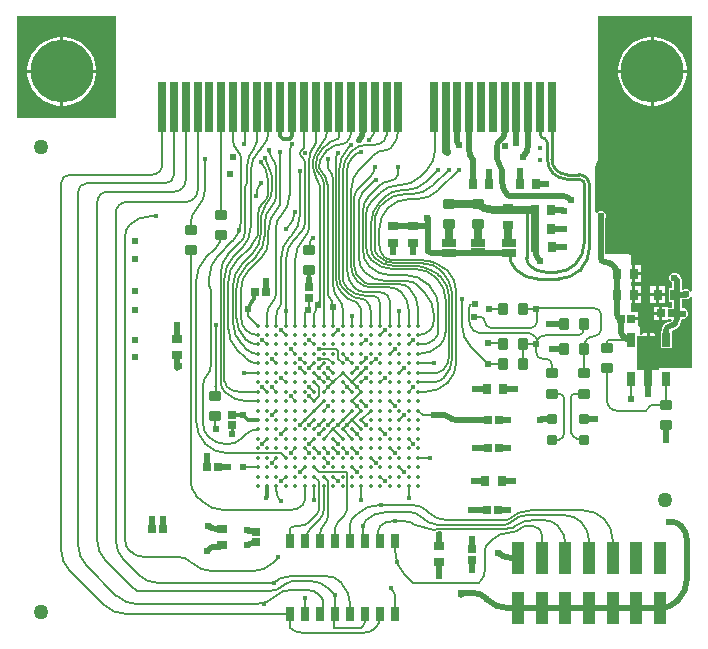
<source format=gtl>
G04*
G04 #@! TF.GenerationSoftware,Altium Limited,Altium Designer,23.3.1 (30)*
G04*
G04 Layer_Physical_Order=1*
G04 Layer_Color=255*
%FSLAX45Y45*%
%MOMM*%
G71*
G04*
G04 #@! TF.SameCoordinates,3C985EEB-511E-42A5-9B31-B82869618DE1*
G04*
G04*
G04 #@! TF.FilePolarity,Positive*
G04*
G01*
G75*
%ADD10C,0.12700*%
%ADD13C,0.20320*%
%ADD15C,0.25400*%
%ADD19C,0.63500*%
%ADD21R,0.76000X1.25000*%
%ADD22R,0.68000X1.20000*%
G04:AMPARAMS|DCode=23|XSize=1mm|YSize=0.9mm|CornerRadius=0.1125mm|HoleSize=0mm|Usage=FLASHONLY|Rotation=270.000|XOffset=0mm|YOffset=0mm|HoleType=Round|Shape=RoundedRectangle|*
%AMROUNDEDRECTD23*
21,1,1.00000,0.67500,0,0,270.0*
21,1,0.77500,0.90000,0,0,270.0*
1,1,0.22500,-0.33750,-0.38750*
1,1,0.22500,-0.33750,0.38750*
1,1,0.22500,0.33750,0.38750*
1,1,0.22500,0.33750,-0.38750*
%
%ADD23ROUNDEDRECTD23*%
G04:AMPARAMS|DCode=24|XSize=1mm|YSize=0.9mm|CornerRadius=0.1125mm|HoleSize=0mm|Usage=FLASHONLY|Rotation=180.000|XOffset=0mm|YOffset=0mm|HoleType=Round|Shape=RoundedRectangle|*
%AMROUNDEDRECTD24*
21,1,1.00000,0.67500,0,0,180.0*
21,1,0.77500,0.90000,0,0,180.0*
1,1,0.22500,-0.38750,0.33750*
1,1,0.22500,0.38750,0.33750*
1,1,0.22500,0.38750,-0.33750*
1,1,0.22500,-0.38750,-0.33750*
%
%ADD24ROUNDEDRECTD24*%
%ADD25R,0.92000X0.64000*%
%ADD26R,0.64000X0.64000*%
%ADD27R,1.00000X2.75000*%
%ADD28C,0.35000*%
%ADD29R,0.64000X0.64000*%
%ADD30R,0.75000X0.95000*%
G04:AMPARAMS|DCode=31|XSize=0.8mm|YSize=0.8mm|CornerRadius=0.1mm|HoleSize=0mm|Usage=FLASHONLY|Rotation=270.000|XOffset=0mm|YOffset=0mm|HoleType=Round|Shape=RoundedRectangle|*
%AMROUNDEDRECTD31*
21,1,0.80000,0.60000,0,0,270.0*
21,1,0.60000,0.80000,0,0,270.0*
1,1,0.20000,-0.30000,-0.30000*
1,1,0.20000,-0.30000,0.30000*
1,1,0.20000,0.30000,0.30000*
1,1,0.20000,0.30000,-0.30000*
%
%ADD31ROUNDEDRECTD31*%
%ADD32R,0.95000X0.75000*%
%ADD54C,0.15240*%
%ADD55C,0.50800*%
%ADD56C,0.30480*%
%AMCUSTOMSHAPE57*
4,1,4,-0.34000,-0.60000,-0.34000,3.65000,0.34000,3.65000,0.34000,-0.60000,-0.34000,-0.60000,0.0*%
%ADD57CUSTOMSHAPE57*%

%ADD58R,1.27000X0.63500*%
%ADD59R,0.70000X4.20000*%
%ADD60C,1.27000*%
%ADD61R,0.70000X4.19999*%
%ADD62C,0.17780*%
%ADD63R,1.90000X2.95000*%
%ADD64C,5.30000*%
%ADD65C,0.35560*%
%ADD66C,0.40640*%
%ADD67C,0.60960*%
G36*
X8753198Y10384983D02*
D01*
X8753933D01*
X8755370Y10384697D01*
X8756726Y10384135D01*
X8757945Y10383321D01*
X8758982Y10382284D01*
X8759797Y10381064D01*
X8760358Y10379709D01*
X8760644Y10378273D01*
Y10377539D01*
X8760644Y9520000D01*
X7922556D01*
Y10384983D01*
X8753198Y10384983D01*
D02*
G37*
G36*
X13636343Y8049452D02*
X13623643Y8046925D01*
X13623067Y8048319D01*
X13610919Y8060466D01*
X13595049Y8067040D01*
X13577872D01*
X13562001Y8060466D01*
X13550153Y8062774D01*
Y8143299D01*
X13550571D01*
X13545959Y8166478D01*
X13532829Y8186128D01*
X13522923Y8192748D01*
X13514459Y8201211D01*
X13498589Y8207785D01*
X13481412D01*
X13465541Y8201211D01*
X13453394Y8189065D01*
X13446820Y8173194D01*
Y8156016D01*
X13453394Y8140146D01*
X13465541Y8127999D01*
X13472459Y8125133D01*
Y8081643D01*
X13439799D01*
Y7961243D01*
X13472459D01*
Y7907558D01*
X13431400D01*
Y7920258D01*
X13386700D01*
Y7862858D01*
Y7805458D01*
X13431400D01*
Y7818158D01*
X13455840D01*
X13465269Y7807694D01*
X13464015Y7798924D01*
X13458649Y7795338D01*
X13450148Y7793648D01*
Y7793551D01*
X13447807Y7793085D01*
X13432332Y7791048D01*
X13415730Y7784171D01*
X13401472Y7773232D01*
X13390533Y7758975D01*
X13383656Y7742373D01*
X13381619Y7726897D01*
X13381152Y7724556D01*
Y7711620D01*
X13373300D01*
Y7566220D01*
X13466701D01*
Y7711620D01*
X13476060Y7719159D01*
X13500206Y7729161D01*
X13520940Y7745071D01*
X13536850Y7765805D01*
X13546851Y7789951D01*
X13549007Y7806317D01*
X13555330Y7816398D01*
X13566357Y7818591D01*
X13570322D01*
X13586191Y7825165D01*
X13598338Y7837312D01*
X13604912Y7853182D01*
Y7870360D01*
X13598338Y7886231D01*
X13586191Y7898378D01*
X13570322Y7904951D01*
X13553143D01*
X13550153Y7906949D01*
Y7982596D01*
X13573245D01*
X13577872Y7980680D01*
X13595049D01*
X13610919Y7987254D01*
X13623067Y7999401D01*
X13623643Y8000795D01*
X13636343Y7998268D01*
X13636343Y7400000D01*
X13329898D01*
Y7673920D01*
X13327927Y7683831D01*
X13322311Y7692233D01*
X13313911Y7697846D01*
X13303999Y7699818D01*
X13282700D01*
Y7308920D01*
X13257300D01*
Y7699818D01*
X13236000D01*
X13226089Y7697846D01*
X13217686Y7692233D01*
X13212073Y7683831D01*
X13210539Y7676122D01*
X13197839Y7677373D01*
Y7741920D01*
X13197493Y7745447D01*
X13194794Y7751965D01*
X13189804Y7756953D01*
X13183400Y7759606D01*
Y7803868D01*
X13126001D01*
Y7829268D01*
X13183400D01*
Y7873968D01*
X13125999D01*
Y7948543D01*
X13132152D01*
Y8021443D01*
Y8094343D01*
X13125999D01*
Y8126905D01*
X13130594D01*
Y8199806D01*
Y8272705D01*
X13125999D01*
Y8339416D01*
X13125497Y8344522D01*
X13121588Y8353959D01*
X13114366Y8361181D01*
X13104930Y8365089D01*
X13099823Y8365593D01*
X12903947D01*
Y8667749D01*
X12908279Y8678211D01*
Y8695389D01*
X12901706Y8711259D01*
X12889558Y8723406D01*
X12873689Y8729980D01*
X12856511D01*
X12840640Y8723406D01*
X12832080Y8714846D01*
X12819380Y8719918D01*
Y9112596D01*
X12822249Y9116889D01*
X12825581Y9123648D01*
X12829352Y9130178D01*
X12835168Y9144221D01*
X12837120Y9151502D01*
X12839542Y9158639D01*
X12842506Y9173548D01*
X12842879Y9179197D01*
X12843892Y9184768D01*
X12844266Y9192368D01*
X12844110Y9194260D01*
X12844357Y9196142D01*
X12844357Y10384984D01*
X13636343D01*
Y8049452D01*
D02*
G37*
%LPC*%
G36*
X8325355Y10203140D02*
X8315200D01*
Y9925440D01*
X8592900D01*
Y9935595D01*
X8585749Y9980742D01*
X8571624Y10024215D01*
X8550872Y10064943D01*
X8524005Y10101923D01*
X8491683Y10134244D01*
X8454703Y10161112D01*
X8413975Y10181864D01*
X8370502Y10195989D01*
X8325355Y10203140D01*
D02*
G37*
G36*
X8289800D02*
X8279645D01*
X8234498Y10195989D01*
X8191025Y10181864D01*
X8150297Y10161112D01*
X8113317Y10134244D01*
X8080996Y10101923D01*
X8054128Y10064943D01*
X8033376Y10024215D01*
X8019251Y9980742D01*
X8012100Y9935595D01*
Y9925440D01*
X8289800D01*
Y10203140D01*
D02*
G37*
G36*
X8592900Y9900040D02*
X8315200D01*
Y9622340D01*
X8325355D01*
X8370502Y9629491D01*
X8413975Y9643616D01*
X8454703Y9664368D01*
X8491683Y9691235D01*
X8524005Y9723557D01*
X8550872Y9760537D01*
X8571624Y9801265D01*
X8585749Y9844738D01*
X8592900Y9889885D01*
Y9900040D01*
D02*
G37*
G36*
X8289800D02*
X8012100D01*
Y9889885D01*
X8019251Y9844738D01*
X8033376Y9801265D01*
X8054128Y9760537D01*
X8080996Y9723557D01*
X8113317Y9691235D01*
X8150297Y9664368D01*
X8191025Y9643616D01*
X8234498Y9629491D01*
X8279645Y9622340D01*
X8289800D01*
Y9900040D01*
D02*
G37*
G36*
X13325356Y10203140D02*
X13315199D01*
Y9925440D01*
X13592900D01*
Y9935595D01*
X13585748Y9980742D01*
X13571625Y10024215D01*
X13550871Y10064943D01*
X13524004Y10101923D01*
X13491682Y10134244D01*
X13454703Y10161112D01*
X13413976Y10181864D01*
X13370502Y10195989D01*
X13325356Y10203140D01*
D02*
G37*
G36*
X13289799D02*
X13279645D01*
X13234499Y10195989D01*
X13191025Y10181864D01*
X13150298Y10161112D01*
X13113316Y10134244D01*
X13080995Y10101923D01*
X13054128Y10064943D01*
X13033376Y10024215D01*
X13019250Y9980742D01*
X13012100Y9935595D01*
Y9925440D01*
X13289799D01*
Y10203140D01*
D02*
G37*
G36*
X13592900Y9900040D02*
X13315199D01*
Y9622340D01*
X13325356D01*
X13370502Y9629491D01*
X13413976Y9643616D01*
X13454703Y9664368D01*
X13491682Y9691235D01*
X13524004Y9723557D01*
X13550871Y9760537D01*
X13571625Y9801265D01*
X13585748Y9844738D01*
X13592900Y9889885D01*
Y9900040D01*
D02*
G37*
G36*
X13289799D02*
X13012100D01*
Y9889885D01*
X13019250Y9844738D01*
X13033376Y9801265D01*
X13054128Y9760537D01*
X13080995Y9723557D01*
X13113316Y9691235D01*
X13150298Y9664368D01*
X13191025Y9643616D01*
X13234499Y9629491D01*
X13279645Y9622340D01*
X13289799D01*
Y9900040D01*
D02*
G37*
G36*
X13206194Y8272705D02*
X13155994D01*
Y8212506D01*
X13206194D01*
Y8272705D01*
D02*
G37*
G36*
Y8187106D02*
X13155994D01*
Y8126905D01*
X13206194D01*
Y8187106D01*
D02*
G37*
G36*
X13412900Y8094343D02*
X13362700D01*
Y8034143D01*
X13412900D01*
Y8094343D01*
D02*
G37*
G36*
X13337300D02*
X13287100D01*
Y8034143D01*
X13337300D01*
Y8094343D01*
D02*
G37*
G36*
X13207751D02*
X13157552D01*
Y8034143D01*
X13207751D01*
Y8094343D01*
D02*
G37*
G36*
X13412900Y8008743D02*
X13362700D01*
Y7948543D01*
X13412900D01*
Y8008743D01*
D02*
G37*
G36*
X13337300D02*
X13287100D01*
Y7948543D01*
X13337300D01*
Y8008743D01*
D02*
G37*
G36*
X13207751Y8008743D02*
X13157552D01*
Y7948543D01*
X13207751D01*
Y8008743D01*
D02*
G37*
G36*
X13361301Y7920258D02*
X13316600D01*
Y7875558D01*
X13361301D01*
Y7920258D01*
D02*
G37*
G36*
Y7850158D02*
X13316600D01*
Y7805458D01*
X13361301D01*
Y7850158D01*
D02*
G37*
%LPD*%
D10*
X9915812Y5680000D02*
G03*
X10095417Y5754395I0J254000D01*
G01*
X10640000Y6098325D02*
G03*
X10618511Y6046448I51877J-51877D01*
G01*
X10700092Y6158418D02*
G03*
X10720000Y6206479I-48061J48061D01*
G01*
X10517097Y6064448D02*
G03*
X10491511Y6002678I61769J-61769D01*
G01*
X10517097Y6064448D02*
G03*
X10560000Y6168025I-103577J103577D01*
G01*
X10409202Y6042894D02*
G03*
X10364511Y5935000I107894J-107894D01*
G01*
X10489087Y6122779D02*
G03*
X10520000Y6197409I-74631J74631D01*
G01*
X10464062Y6162387D02*
G03*
X10479370Y6199370I-37020J36983D01*
G01*
X10464043Y6162368D02*
G03*
X10464062Y6162387I-37002J37002D01*
G01*
X10230971Y5941540D02*
G03*
X10237511Y5935000I6540J0D01*
G01*
X10280000Y6064448D02*
G03*
X10239549Y6047692I0J-57207D01*
G01*
X10318213Y6064448D02*
G03*
X10400000Y6098325I0J115665D01*
G01*
X11882499Y7798849D02*
G03*
X11847551Y7833797I-34948J0D01*
G01*
X9747785Y8472662D02*
G03*
X9822180Y8652267I-179605J179605D01*
G01*
X10226315Y8605354D02*
G03*
X10273121Y8718353I-113000J113000D01*
G01*
X10321376Y8707188D02*
G03*
X10322650Y8718727I-48255J11166D01*
G01*
X10320327Y8702653D02*
G03*
X10320000Y8699790I12374J-2863D01*
G01*
X10465193Y8994806D02*
G03*
X10467984Y8990461I11860J4546D01*
G01*
X10480000Y9102211D02*
G03*
X10482357Y9094831I12701J-11D01*
G01*
X10508311Y9254549D02*
G03*
X10452502Y9119814I134736J-134736D01*
G01*
X10463780Y9240212D02*
G03*
X10427102Y9119814I179266J-120398D01*
G01*
X10541929Y9000059D02*
G03*
X10526426Y9032977I-98780J-26414D01*
G01*
X10427102Y9119814D02*
G03*
X10436275Y9070251I138477J0D01*
G01*
X10530093Y9222991D02*
G03*
X10480000Y9102212I120935J-120935D01*
G01*
X10485622Y8947935D02*
G03*
X10468024Y8990420I-60082J0D01*
G01*
X10352502Y9162101D02*
G03*
X10360000Y9144000I25598J0D01*
G01*
X10452502Y9119814D02*
G03*
X10485622Y9039856I113077J0D01*
G01*
X11320000Y7896570D02*
G03*
X11245605Y8076175I-254000J0D01*
G01*
X11641165Y7988787D02*
G03*
X11641142Y7987137I49506J-1534D01*
G01*
X11053297Y8300687D02*
G03*
X11112873Y8291741I59299J192062D01*
G01*
X11387673Y7200000D02*
G03*
X11567279Y7274395I0J254000D01*
G01*
X11080426Y8982786D02*
G03*
X10996289Y8947935I0J-118989D01*
G01*
X11492266Y7913709D02*
G03*
X11417871Y8093314I-254000J0D01*
G01*
X10797552Y8188738D02*
G03*
X10799613Y8185969I11125J6127D01*
G01*
X11060358Y8325209D02*
G03*
X11062992Y8324331I5309J11538D01*
G01*
X11163330Y8317142D02*
G03*
X11163536Y8317140I207J12699D01*
G01*
X11307410Y8105670D02*
G03*
X11239500Y8133799I-67910J-67910D01*
G01*
X11452500Y7855370D02*
G03*
X11378105Y8034975I-254000J0D01*
G01*
X11373282Y8284962D02*
G03*
X11312115Y8291740I-61168J-272622D01*
G01*
X11552500Y7980758D02*
G03*
X11478105Y8160364I-254000J0D01*
G01*
X11399611Y8111574D02*
G03*
X11220006Y8185969I-179605J-179605D01*
G01*
X11609400Y7994454D02*
G03*
X11600561Y8064176I-279400J0D01*
G01*
X10921807Y9027987D02*
G03*
X10952501Y9102089I-74102J74102D01*
G01*
X11584000Y7994454D02*
G03*
X11509606Y8174059I-254000J0D01*
G01*
X11463817Y7651316D02*
G03*
X11492266Y7720000I-68684J68684D01*
G01*
X11051475Y8301331D02*
G03*
X11052777Y8300848I5065J11647D01*
G01*
X11314681Y8266078D02*
G03*
X11312115Y8266340I-2568J-12438D01*
G01*
X10902634Y8110384D02*
G03*
X10907690Y8110220I5057J77885D01*
G01*
X11568530Y7275646D02*
G03*
X11642925Y7455252I-179605J179605D01*
G01*
X11355932Y7600000D02*
G03*
X11452500Y7640000I0J136568D01*
G01*
X11642919Y8045381D02*
G03*
X11642925Y8045774I-12695J393D01*
G01*
X11088439Y8318848D02*
G03*
X11090857Y8318566I2675J12416D01*
G01*
X11032292Y8340943D02*
G03*
X11060259Y8325256I123761J187862D01*
G01*
X11690672Y7761671D02*
G03*
X11765066Y7582066I254000J0D01*
G01*
X10600000Y7915773D02*
G03*
X10560000Y8012341I-136568J0D01*
G01*
X12328025Y7638920D02*
G03*
X12321053Y7655754I-23806J0D01*
G01*
X12308546Y7668260D02*
G03*
X12232359Y7699818I-76187J-76187D01*
G01*
X11788469Y7717978D02*
G03*
X11832313Y7699818I43844J43844D01*
G01*
X11752499Y7804816D02*
G03*
X11788469Y7717978I122807J0D01*
G01*
X11308144Y8830174D02*
G03*
X11487749Y8904569I0J254000D01*
G01*
X11241455Y8830174D02*
G03*
X11066020Y8757506I0J-248104D01*
G01*
D02*
G03*
X10991625Y8577901I179605J-179605D01*
G01*
Y8439123D02*
G03*
X11032292Y8340943I138847J0D01*
G01*
X11490733Y8275191D02*
G03*
X11492986Y8274046I6852J10694D01*
G01*
X11490732Y8275192D02*
G03*
X11380330Y8309644I-115421J-175751D01*
G01*
X11378069Y8309919D02*
G03*
X11312115Y8317140I-65955J-297579D01*
G01*
X11568530Y8225380D02*
G03*
X11492986Y8274046I-150228J-150228D01*
G01*
X11642925Y8045774D02*
G03*
X11568530Y8225380I-254000J0D01*
G01*
X11378069Y8309919D02*
G03*
X11380330Y8309644I2655J12420D01*
G01*
X11451492Y7280000D02*
G03*
X11535006Y7314593I0J118106D01*
G01*
D02*
G03*
X11609400Y7494198I-179605J179605D01*
G01*
X11600337Y8065284D02*
G03*
X11528713Y8207475I-251229J-37414D01*
G01*
X11600337Y8065284D02*
G03*
X11600561Y8064176I12547J1967D01*
G01*
X11506029Y8230159D02*
G03*
X11375311Y8284304I-130718J-130718D01*
G01*
X11491755Y8191908D02*
G03*
X11489407Y8193722I-8886J-9075D01*
G01*
X11438366Y8224369D02*
G03*
X11350481Y8258685I-144108J-239369D01*
G01*
X11375311Y8284304D02*
G03*
X11373282Y8284962I-4919J-11709D01*
G01*
X10979019Y8351771D02*
G03*
X11051360Y8301381I177034J177034D01*
G01*
X10953326Y8413801D02*
G03*
X10979019Y8351771I87724J0D01*
G01*
X10992620Y8763156D02*
G03*
X10992251Y8762690I9770J-8114D01*
G01*
D02*
G03*
X10953634Y8680261I183556J-136254D01*
G01*
X10953598Y8680090D02*
G03*
X10953326Y8677828I12423J-2641D01*
G01*
X11201874Y8872443D02*
G03*
X11031220Y8801756I0J-241341D01*
G01*
X10996202Y8806041D02*
G03*
X10921807Y8626436I179605J-179605D01*
G01*
X11178540Y8906180D02*
G03*
X11038217Y8848056I0J-198447D01*
G01*
X11264053Y8872443D02*
G03*
X11443658Y8946838I0J254000D01*
G01*
X11477620Y7360000D02*
G03*
X11529333Y7381420I0J73132D01*
G01*
X11112756Y8266340D02*
G03*
X11112596Y8266341I-161J-12700D01*
G01*
X10952501Y8332654D02*
G03*
X11112596Y8266341I160094J160094D01*
G01*
X11529333Y7381420D02*
G03*
X11584000Y7513400I-131980J131980D01*
G01*
X11473864Y8164605D02*
G03*
X11294258Y8239000I-179605J-179605D01*
G01*
X9398525Y5754395D02*
G03*
X9578130Y5680000I179605J179605D01*
G01*
X9392920Y5760000D02*
G03*
X9296351Y5800000I-96569J-96569D01*
G01*
X8873440Y5855838D02*
G03*
X9008244Y5800000I134804J134804D01*
G01*
X8840000Y5936568D02*
G03*
X8873440Y5855838I114170J0D01*
G01*
X11751064Y7856993D02*
G03*
X11752499Y7862777I-11265J5865D01*
G01*
Y7804816D02*
G03*
X11751056Y7810617I-12700J-80D01*
G01*
X11783394Y7946668D02*
G03*
X11752499Y7915773I0J-30895D01*
G01*
X11751064Y7856993D02*
G03*
X11751056Y7810617I43763J-23196D01*
G01*
X12328312Y7889970D02*
G03*
X12320000Y7898282I-8312J0D01*
G01*
X12328312Y7906593D02*
G03*
X12320000Y7898282I0J-8312D01*
G01*
X12266031Y7736568D02*
G03*
X12328312Y7798849I0J62280D01*
G01*
X11882499D02*
G03*
X11944779Y7736568I62280J0D01*
G01*
X12650605Y7184395D02*
G03*
X12611165Y7144954I0J-39441D01*
G01*
Y6880000D02*
G03*
X12696165Y6795000I85000J0D01*
G01*
X12555000Y7142297D02*
G03*
X12512902Y7184395I-42098J0D01*
G01*
X12510000Y6795000D02*
G03*
X12555000Y6840000I0J45000D01*
G01*
X12870000Y7850893D02*
G03*
X12814301Y7906593I-55700J0D01*
G01*
X12806680Y7668260D02*
G03*
X12870000Y7731580I0J63320D01*
G01*
X12806680Y7668260D02*
G03*
X12725000Y7586580I0J-81680D01*
G01*
X12720000Y7354395D02*
G03*
X12725000Y7359395I0J5000D01*
G01*
X10354395Y8501500D02*
G03*
X10400000Y8611601I-110101J110101D01*
G01*
X10327914Y8548974D02*
G03*
X10360000Y8626436I-77462J77462D01*
G01*
X10354395Y8501500D02*
G03*
X10280000Y8321895I179605J-179605D01*
G01*
X10274395Y8495455D02*
G03*
X10200000Y8315850I179605J-179605D01*
G01*
X10880000Y9289185D02*
G03*
X10760409Y9239649I0J-169126D01*
G01*
X10805361Y9219719D02*
G03*
X10805337Y9219696I29056J-29103D01*
G01*
X11058397Y8015878D02*
G03*
X10996202Y8041640I-62195J-62195D01*
G01*
X10834417Y9231741D02*
G03*
X10805361Y9219719I0J-41124D01*
G01*
X10044574Y9010131D02*
G03*
X9989123Y9144000I-189320J0D01*
G01*
X10120000Y6359062D02*
G03*
X10155132Y6274247I119946J0D01*
G01*
X8877026Y8612166D02*
G03*
X8840000Y8522777I89389J-89389D01*
G01*
X9056631Y8686561D02*
G03*
X8877026Y8612166I0J-254000D01*
G01*
X9989021Y8965805D02*
G03*
X9950350Y8872443I93362J-93362D01*
G01*
X10865861Y8122460D02*
G03*
X10901183Y8110580I64481J133262D01*
G01*
X10777901Y8266341D02*
G03*
X10797552Y8188738I163060J0D01*
G01*
X10901183Y8110580D02*
G03*
X10902634Y8110385I2418J12468D01*
G01*
X9596649Y6894122D02*
G03*
X9602498Y6880000I19971J0D01*
G01*
X9626894Y8351771D02*
G03*
X9552499Y8172166I179605J-179605D01*
G01*
X9563631Y8066438D02*
G03*
X9552499Y8093314I-38008J0D01*
G01*
X9530600Y7336568D02*
G03*
X9500649Y7264260I72308J-72308D01*
G01*
Y6921081D02*
G03*
X9542187Y6820798I141821J0D01*
G01*
D02*
G03*
X9702499Y6754395I160312J160312D01*
G01*
D02*
G03*
X9831137Y6807679I0J181922D01*
G01*
X9960000Y6880000D02*
G03*
X9863478Y6840020I0J-136502D01*
G01*
X9530600Y7336568D02*
G03*
X9563631Y7416313I-79745J79745D01*
G01*
X9596649Y7165000D02*
G03*
X9604921Y7184971I-19971J19971D01*
G01*
X9602498Y7240000D02*
G03*
X9604921Y7245849I-5849J5849D01*
G01*
X10034304Y8830174D02*
G03*
X10042003Y8843862I-106099J68694D01*
G01*
X9781540Y7827118D02*
G03*
X9855935Y7647513I254000J0D01*
G01*
X10031529Y8826962D02*
G03*
X10033248Y8828781I-31493J31493D01*
G01*
X9752498Y7781764D02*
G03*
X9826893Y7602159I254000J0D01*
G01*
X10042677Y8845597D02*
G03*
X10044574Y8858455I-42641J12858D01*
G01*
X10042003Y8843862D02*
G03*
X10042677Y8845597I-11470J5454D01*
G01*
X10033319Y8828864D02*
G03*
X10034304Y8830174I-9639J8269D01*
G01*
X11000000Y7943877D02*
G03*
X10979246Y7993982I-70860J0D01*
G01*
X11080000Y7968726D02*
G03*
X11061934Y8012341I-61681J0D01*
G01*
X10463432Y7915773D02*
G03*
X10440000Y7859203I56569J-56569D01*
G01*
X10463432Y7915773D02*
G03*
X10485622Y7969344I-53571J53571D01*
G01*
X10524473Y7932684D02*
G03*
X10524489Y7934181I-49513J1283D01*
G01*
X10520000Y8973645D02*
G03*
X10520000Y8973590I12701J0D01*
G01*
X11505995Y7594395D02*
G03*
X11552500Y7706668I-112273J112273D01*
G01*
X11419840Y7720000D02*
G03*
X11452500Y7798849I-78848J78848D01*
G01*
X11323272Y7680000D02*
G03*
X11419840Y7720000I0J136568D01*
G01*
X11326390Y7520000D02*
G03*
X11505995Y7594395I0J254000D01*
G01*
X9752498Y9328830D02*
G03*
X9787355Y9244679I119007J0D01*
G01*
X9822180Y9160603D02*
G03*
X9787355Y9244679I-118901J0D01*
G01*
X9712960Y8365593D02*
G03*
X9648576Y8210156I155437J-155437D01*
G01*
X9861295Y8947935D02*
G03*
X9852498Y8926697I21238J-21238D01*
G01*
X9648576Y7283791D02*
G03*
X9685605Y7194395I126424J0D01*
G01*
D02*
G03*
X9865210Y7120000I179605J179605D01*
G01*
X9861295Y8947935D02*
G03*
X9873748Y8977998I-30063J30063D01*
G01*
X9824167Y8476799D02*
G03*
X9852498Y8545198I-68399J68399D01*
G01*
X9702499Y7240000D02*
G03*
X9799067Y7200000I96568J96568D01*
G01*
X9754395Y8339916D02*
G03*
X9680000Y8160311I179605J-179605D01*
G01*
Y7294317D02*
G03*
X9702499Y7240000I76816J0D01*
G01*
X9828181Y8413703D02*
G03*
X9902576Y8593308I-179605J179605D01*
G01*
X9976971Y9248444D02*
G03*
X9902576Y9068839I179605J-179605D01*
G01*
X9928204Y9254549D02*
G03*
X9873748Y9123080I131469J-131469D01*
G01*
X9928204Y9254549D02*
G03*
X9952498Y9313200I-58650J58650D01*
G01*
X10080000Y9021018D02*
G03*
X10079336Y9025069I-12701J0D01*
G01*
X10035520Y8791512D02*
G03*
X10032840Y8787467I9053J-8908D01*
G01*
X9990082Y8684313D02*
G03*
X9989123Y8679472I11742J-4841D01*
G01*
X10120000Y9084202D02*
G03*
X10080000Y9180771I-136569J0D01*
G01*
X10059673Y9229844D02*
G03*
X10080000Y9180771I69399J0D01*
G01*
X10000000Y9271473D02*
G03*
X10052498Y9398214I-126741J126741D01*
G01*
X10344718Y9253322D02*
G03*
X10344681Y9180771I15282J-36283D01*
G01*
X10344718Y9253322D02*
G03*
X10352415Y9264849I-5003J11673D01*
G01*
X10640000Y9219719D02*
G03*
X10624820Y9183073I36647J-36647D01*
G01*
X9965154Y8702365D02*
G03*
X9963723Y8679472I182447J-22894D01*
G01*
X10006323Y8801756D02*
G03*
X9965154Y8702366I99391J-99391D01*
G01*
X10035564Y8791556D02*
G03*
X10080000Y8898868I-107360J107312D01*
G01*
X9962361Y8524037D02*
G03*
X9963009Y8527137I-12011J4126D01*
G01*
X9902576Y8429332D02*
G03*
X9962343Y8523983I-179605J179605D01*
G01*
X9787355Y8314111D02*
G03*
X9712960Y8134505I179605J-179605D01*
G01*
Y7733791D02*
G03*
X9787355Y7554186I254000J0D01*
G01*
X9963009Y8527137D02*
G03*
X9963723Y8545198I-227885J18061D01*
G01*
X9860203Y7481338D02*
G03*
X9960000Y7440000I99797J99797D01*
G01*
X9914728Y8365593D02*
G03*
X9989123Y8545198I-179605J179605D01*
G01*
X9826893Y8277758D02*
G03*
X9752498Y8098153I179605J-179605D01*
G01*
X9873027Y7556025D02*
G03*
X9960000Y7520000I86973J86973D01*
G01*
X10080000Y8771487D02*
G03*
X10019590Y8625645I145842J-145842D01*
G01*
X10080000Y8771487D02*
G03*
X10120000Y8868056I-96569J96569D01*
G01*
X9945195Y8342004D02*
G03*
X10019590Y8521609I-179605J179605D01*
G01*
X9855935Y8252743D02*
G03*
X9781540Y8073138I179605J-179605D01*
G01*
X9863459Y7639989D02*
G03*
X9960000Y7600000I96541J96541D01*
G01*
X10126893Y8745888D02*
G03*
X10052498Y8566283I179605J-179605D01*
G01*
X10126893Y8745888D02*
G03*
X10152503Y8807716I-61828J61828D01*
G01*
X9989123Y8328060D02*
G03*
X10052498Y8481060I-153000J153000D01*
G01*
X9880000Y8218937D02*
G03*
X9822180Y8079347I139590J-139590D01*
G01*
Y7815318D02*
G03*
X9861295Y7720885I133549J0D01*
G01*
D02*
G03*
X9960000Y7680000I98704J98704D01*
G01*
X10252502Y9296400D02*
G03*
X10230971Y9244418I51982J-51982D01*
G01*
X10156576Y8687053D02*
G03*
X10230971Y8866659I-179605J179605D01*
G01*
X10152492Y8682969D02*
G03*
X10120000Y8604512I78479J-78457D01*
G01*
X10080000Y7950433D02*
G03*
X10040000Y7853864I96568J-96568D01*
G01*
X10080000Y7950433D02*
G03*
X10120000Y8047002I-96569J96569D01*
G01*
X10152503Y7926571D02*
G03*
X10120000Y7848103I78468J-78468D01*
G01*
X10152503Y7926571D02*
G03*
X10160000Y7944671I-18100J18100D01*
G01*
X10245605Y8520184D02*
G03*
X10320000Y8699790I-179605J179605D01*
G01*
X10234395Y8508974D02*
G03*
X10160000Y8329369I179605J-179605D01*
G01*
X10352502Y9169125D02*
G03*
X10344681Y9180771I-12700J-80D01*
G01*
X10440000Y9278582D02*
G03*
X10400000Y9182014I96568J-96568D01*
G01*
X10440000Y9278582D02*
G03*
X10452502Y9308765I-30183J30183D01*
G01*
X10495904Y9287597D02*
G03*
X10494306Y9285663I8946J-9015D01*
G01*
X10495904Y9287597D02*
G03*
X10552502Y9424286I-136757J136688D01*
G01*
X10600000Y9324340D02*
G03*
X10562617Y9308856I0J-52867D01*
G01*
X10642859Y9342093D02*
G03*
X10652502Y9365371I-23279J23279D01*
G01*
X10600000Y9324340D02*
G03*
X10642859Y9342093I0J60612D01*
G01*
X10520000Y8973645D02*
G03*
X10497491Y9027987I-76850J0D01*
G01*
X10676646Y9296400D02*
G03*
X10551781Y9244679I0J-176586D01*
G01*
X10552502Y8958854D02*
G03*
X10552071Y8962134I-12701J0D01*
G01*
X10676646Y9296400D02*
G03*
X10714732Y9312176I0J53862D01*
G01*
X10552502Y8030443D02*
G03*
X10560000Y8012341I25600J0D01*
G01*
X10714732Y9312176D02*
G03*
X10752501Y9403358I-91182J91182D01*
G01*
X10552502Y9106883D02*
G03*
X10560000Y9088781I25600J0D01*
G01*
X10599420Y8993612D02*
G03*
X10560000Y9088781I-134589J0D01*
G01*
X10599973Y8144947D02*
G03*
X10599973Y8144949I-12673J-828D01*
G01*
X10600000Y8144199D02*
G03*
X10599973Y8144947I-12700J-80D01*
G01*
X10599420Y8160364D02*
G03*
X10599973Y8144949I215117J0D01*
G01*
X10600000Y8099731D02*
G03*
X10652502Y7972980I179252J0D01*
G01*
X10680000Y7906593D02*
G03*
X10652502Y7972980I-93885J0D01*
G01*
X10624820Y8160364D02*
G03*
X10680387Y8026213I189717J0D01*
G01*
X10792816Y7959387D02*
G03*
X10760000Y7972980I-32816J-32816D01*
G01*
X10714967Y7991633D02*
G03*
X10760000Y7972980I45033J45033D01*
G01*
X10840000Y7867905D02*
G03*
X10808677Y7943526I-106944J0D01*
G01*
X10726897Y9263580D02*
G03*
X10652502Y9083974I179605J-179605D01*
G01*
Y8156103D02*
G03*
X10689575Y8066601I126575J0D01*
G01*
X10714743Y8041432D02*
G03*
X10850981Y7985000I136238J136238D01*
G01*
X10880000Y7972980D02*
G03*
X10850981Y7985000I-29019J-29019D01*
G01*
X10920000Y7876412D02*
G03*
X10880000Y7972980I-136568J0D01*
G01*
X10752501Y9231741D02*
G03*
X10680000Y9056708I175033J-175033D01*
G01*
X10720000Y8076175D02*
G03*
X10874108Y8012341I154108J154108D01*
G01*
X10680000Y8172743D02*
G03*
X10720000Y8076175I136567J0D01*
G01*
X10946347Y9289185D02*
G03*
X11031220Y9324340I0J120028D01*
G01*
X10979019Y7994209D02*
G03*
X10935244Y8012341I-43776J-43776D01*
G01*
X11031220Y9324340D02*
G03*
X11052501Y9375717I-51377J51377D01*
G01*
X11058397Y9248140D02*
G03*
X11087420Y9260162I0J41045D01*
G01*
X11058397Y9248140D02*
G03*
X10935244Y9197128I0J-174166D01*
G01*
X10826896Y9088781D02*
G03*
X10752501Y8909176I179605J-179605D01*
G01*
X11087420Y9260162D02*
G03*
X11152501Y9417280I-157118J157118D01*
G01*
X10960000Y8992540D02*
G03*
X10953103Y8989683I0J-9754D01*
G01*
X10752501Y9166860D02*
G03*
X10720000Y9088394I78466J-78466D01*
G01*
Y8222067D02*
G03*
X10777901Y8082280I197688J0D01*
G01*
D02*
G03*
X10876015Y8041640I98114J98114D01*
G01*
X10921807Y8406756D02*
G03*
X10952501Y8332654I104795J0D01*
G01*
X11212736Y8906180D02*
G03*
X11392341Y8980575I0J254000D01*
G01*
X11463817Y9585419D02*
G03*
X11452500Y9612740I-38638J0D01*
G01*
X11389422Y9070311D02*
G03*
X11463817Y9249916I-179605J179605D01*
G01*
X11161836Y8947935D02*
G03*
X11341442Y9022330I0J254000D01*
G01*
X11152172Y8947935D02*
G03*
X11000906Y8885279I0J-213923D01*
G01*
X10921807Y8806180D02*
G03*
X10880000Y8705249I100931J-100931D01*
G01*
Y8421060D02*
G03*
X10924102Y8314588I150575J0D01*
G01*
X10925295Y8313395D02*
G03*
X11104901Y8239000I179605J179605D01*
G01*
X11080426Y8982786D02*
G03*
X11125742Y9001557I0J64086D01*
G01*
D02*
G03*
X11152172Y9065365I-63808J63808D01*
G01*
X10901183Y8852829D02*
G03*
X10853350Y8737352I115478J-115478D01*
G01*
Y8390273D02*
G03*
X10907161Y8260363I183719J0D01*
G01*
D02*
G03*
X11086766Y8185969I179605J179605D01*
G01*
X11185185Y8133937D02*
G03*
X11186968Y8133799I1864J12563D01*
G01*
X11185185Y8133937D02*
G03*
X11163413Y8135620I-21772J-139954D01*
G01*
X11245605Y8076175D02*
G03*
X11163413Y8110220I-82192J-82192D01*
G01*
X10846289Y8882869D02*
G03*
X10822940Y8826500I56369J-56369D01*
G01*
D02*
G03*
X10818186Y8815023I11477J-11477D01*
G01*
X10800000Y8906180D02*
G03*
X10777901Y8852829I53350J-53350D01*
G01*
X10818186Y8332654D02*
G03*
X10868985Y8210015I173439J0D01*
G01*
D02*
G03*
X11048590Y8135620I179605J179605D01*
G01*
X10864695Y8123130D02*
G03*
X10865862Y8122461I6890J10669D01*
G01*
X10852501Y8133080D02*
G03*
X10864695Y8123130I55189J55189D01*
G01*
X11240000Y7893263D02*
G03*
X11178540Y8041640I-209837J0D01*
G01*
D02*
G03*
X11080426Y8082280I-98114J-98114D01*
G01*
X10752501Y8266341D02*
G03*
X10807700Y8133080I188460J0D01*
G01*
D02*
G03*
X10930342Y8082280I122642J122642D01*
G01*
X10095417Y5754395D02*
X10134403Y5793380D01*
X9578130Y5680000D02*
X9915812D01*
X10134403Y5793380D02*
Y5800000D01*
X10618511Y5935000D02*
Y6046448D01*
X10640000Y6098325D02*
X10700092Y6158418D01*
X10491511Y5935000D02*
Y6002678D01*
X10409202Y6042894D02*
X10489087Y6122779D01*
X10464043Y6162368D02*
X10464062Y6162387D01*
X10400000Y6098325D02*
X10464043Y6162368D01*
X10230971Y6039114D02*
X10239548Y6047692D01*
X10230971Y5941540D02*
Y6039114D01*
X10280000Y6064448D02*
X10318213D01*
X10720000Y6206479D02*
Y6512560D01*
X10560000Y6168025D02*
Y6440000D01*
X10520000Y6197409D02*
Y6400000D01*
Y6480000D02*
X10560000Y6440000D01*
X11794827Y7833797D02*
X11847551D01*
X11690672Y7761671D02*
Y7987254D01*
X10200000Y8579039D02*
X10226315Y8605354D01*
X10320327Y8702653D02*
X10321376Y8707188D01*
X10320000Y9070311D02*
X10322650Y8718727D01*
X10436275Y9070251D02*
X10465193Y8994806D01*
X10467983Y8990461D02*
X10468024Y8990420D01*
X10360000Y8626436D02*
Y9144000D01*
X10541929Y9000059D02*
X10552071Y8962134D01*
X10508311Y9254549D02*
X10562617Y9308856D01*
X10400000Y8611601D02*
Y9182014D01*
X10480000Y9102211D02*
X10480000Y9102212D01*
X10482357Y9094831D02*
X10526426Y9032977D01*
X10463780Y9240212D02*
X10494306Y9285663D01*
X10485622Y9039856D02*
X10497491Y9027987D01*
X10530093Y9222991D02*
X10551781Y9244679D01*
X10200000Y7760000D02*
Y7880000D01*
X11552500Y7706668D02*
Y7980758D01*
X11186968Y8133799D02*
X11186969D01*
X11641142Y7987137D02*
X11642925Y7455252D01*
X11567279Y7274395D02*
X11568530Y7275646D01*
X11320000Y7600000D02*
X11355932D01*
X11062992Y8324331D02*
X11088439Y8318848D01*
X11584000Y7513400D02*
Y7994454D01*
X10799612Y8185969D02*
X10852501Y8133080D01*
X11452500Y7798849D02*
Y7855370D01*
X11491816Y8191848D02*
X11509606Y8174059D01*
X11399611Y8111574D02*
X11417871Y8093314D01*
X11609400Y7494198D02*
Y7994454D01*
X11186969Y8133799D02*
X11239500D01*
X11641165Y7988787D02*
X11642919Y8045381D01*
X11492266Y7720000D02*
Y7913709D01*
X11452500Y7640000D02*
X11463817Y7651317D01*
X11307410Y8105670D02*
X11378105Y8034975D01*
X10901183Y8852829D02*
X10996289Y8947935D01*
X11060259Y8325256D02*
X11060358Y8325209D01*
X11090857Y8318566D02*
X11090864D01*
X11163536Y8317140D02*
X11312115Y8317140D01*
X11163288Y8317143D02*
X11163330Y8317142D01*
X11090864Y8318566D02*
X11163288Y8317143D01*
X11765066Y7582066D02*
X11914000Y7433132D01*
X10600000Y7760000D02*
Y7915773D01*
X11832313Y7699818D02*
X12232359D01*
X12308546Y7668260D02*
X12321053Y7655754D01*
X12328312Y7906593D02*
X12814301D01*
X11487749Y8904569D02*
X11663680Y9080500D01*
X11241455Y8830174D02*
X11308144D01*
X10991625Y8439123D02*
Y8577901D01*
X11320000Y7200000D02*
X11387673D01*
X11320000Y7280000D02*
X11451492D01*
X11506029Y8230159D02*
X11528713Y8207475D01*
X11438366Y8224369D02*
X11489407Y8193722D01*
X11491755Y8191908D02*
X11491816Y8191848D01*
X11314681Y8266077D02*
X11350481Y8258685D01*
X11312114Y8266340D02*
X11312115Y8266340D01*
X11373282Y8284962D02*
X11373282Y8284962D01*
X11112873Y8291741D02*
X11312115Y8291740D01*
X11052777Y8300848D02*
X11053297Y8300687D01*
X11051360Y8301381D02*
X11051475Y8301331D01*
X10953326Y8413801D02*
Y8677828D01*
X10953598Y8680090D02*
X10953634Y8680261D01*
X10992620Y8763156D02*
X11031220Y8801756D01*
X11201874Y8872443D02*
X11264053D01*
X10996202Y8806041D02*
X11038217Y8848056D01*
X11443658Y8946838D02*
X11577320Y9080500D01*
X11320000Y7360000D02*
X11477620D01*
X11112765Y8266340D02*
X11312114D01*
X11112756D02*
X11112765D01*
X11473864Y8164605D02*
X11478105Y8160364D01*
X9392920Y5760000D02*
X9398525Y5754395D01*
X9008244Y5800000D02*
X9296351D01*
X8840000Y5936568D02*
Y8522777D01*
X10440000Y6480000D02*
X10479370Y6440630D01*
X10440000Y6480000D02*
Y6480000D01*
X10479370Y6199370D02*
Y6440630D01*
X10440000Y6480000D02*
X10440000D01*
X10712560Y6520000D02*
X10720000Y6512560D01*
X10480000Y6520000D02*
X10712560D01*
X10440000Y6560000D02*
X10480000Y6520000D01*
X11752499Y7862778D02*
Y7915773D01*
Y7862777D02*
Y7862778D01*
X11783394Y7946668D02*
X11800000D01*
X12318288Y7896570D02*
X12320000Y7898282D01*
X12328312Y7798849D02*
Y7889970D01*
X11944779Y7736568D02*
X12266031D01*
X12650605Y7184395D02*
X12720000D01*
X12611165Y6880000D02*
Y7144954D01*
X12696165Y6795000D02*
X12720000D01*
X12452503Y7184395D02*
X12512902D01*
X12555000Y6840000D02*
Y7142297D01*
X12452503Y6795000D02*
X12510000D01*
X12870000Y7731580D02*
Y7850893D01*
X12725000Y7560000D02*
Y7586580D01*
Y7359395D02*
Y7560000D01*
X12205000Y7896570D02*
X12318288D01*
X10274395Y8495455D02*
X10327914Y8548974D01*
X11392341Y8980575D02*
X11492266Y9080500D01*
X10752501Y9231741D02*
X10760409Y9239649D01*
X10752501Y9166860D02*
X10805338Y9219696D01*
X11058397Y8015878D02*
X11061934Y8012341D01*
X10805338Y9219696D02*
X10805361Y9219719D01*
X9852498Y9413546D02*
Y9612740D01*
X9987549Y9145574D02*
X9989123Y9144000D01*
X10059673Y9229844D02*
Y9249916D01*
X10120000Y6359062D02*
Y6400000D01*
X9056631Y8686561D02*
X9099020D01*
X9950350Y8858455D02*
Y8872443D01*
X10902634Y8110384D02*
Y8110385D01*
X10800000Y8906180D02*
X10921807Y9027987D01*
X9602498Y6880000D02*
X9604921D01*
X9552499Y8093314D02*
Y8172166D01*
X9563631Y7416313D02*
Y8066438D01*
X9500649Y6921081D02*
Y7264260D01*
X9831137Y6807679D02*
X9863478Y6840020D01*
X9596649Y6894122D02*
Y6995000D01*
X9604921Y7184971D02*
Y7245849D01*
X10200000Y7880000D02*
Y8315850D01*
X9604921Y7245849D02*
Y7760614D01*
X9781540Y7827118D02*
Y8073138D01*
X9752498Y7781764D02*
Y8098153D01*
X9712960Y7733791D02*
Y8134505D01*
X9680000Y7294317D02*
Y8160311D01*
X9648576Y7283791D02*
Y8210156D01*
X9826893Y7602159D02*
X9873027Y7556025D01*
X9855935Y7647513D02*
X9863459Y7639989D01*
X10033248Y8828781D02*
X10033319Y8828864D01*
X10320000Y7480000D02*
X10360000Y7440000D01*
X10979019Y7994209D02*
X10979246Y7993982D01*
X11080000Y7760000D02*
Y7968726D01*
X11000000Y7760000D02*
Y7943877D01*
X10280000Y7957273D02*
Y8321895D01*
Y7760000D02*
Y7957273D01*
X10485622Y7969344D02*
Y8947935D01*
X10520000Y7760000D02*
X10524473Y7932684D01*
X10520000Y8973590D02*
X10524489Y7934181D01*
X10840000Y7445322D02*
X10842661D01*
X10876015Y7478677D01*
Y7481338D01*
X10840000Y7440000D02*
Y7445322D01*
X10480000Y7480000D02*
X10560000D01*
X10480000Y7560000D02*
X10627360D01*
X10640295Y7547065D01*
Y7479705D02*
Y7547065D01*
Y7479705D02*
X10680000Y7440000D01*
X10560000Y7480000D02*
X10600000Y7440000D01*
X10519213Y7440000D02*
Y7440000D01*
X10480000Y7400000D02*
Y7400786D01*
X10519213Y7440000D01*
Y7440000D02*
X10520000D01*
X10400000Y7400000D02*
X10440000Y7440000D01*
Y7440000D01*
Y7760000D02*
Y7859203D01*
X9626894Y8351771D02*
X9747785Y8472662D01*
X10160000Y6680000D02*
X10200000Y6640000D01*
X9902576Y6680000D02*
X10160000D01*
X9752498Y9328830D02*
Y9612740D01*
X9822180Y8652267D02*
Y9160603D01*
X9712960Y8365593D02*
X9824167Y8476799D01*
X9873748Y8977998D02*
Y9123080D01*
X9852498Y8545198D02*
Y8926697D01*
X9865210Y7120000D02*
X9960000D01*
X9799067Y7200000D02*
X9960000D01*
X9754395Y8339916D02*
X9828181Y8413703D01*
X9902576Y8593308D02*
Y9068839D01*
X9976971Y9248444D02*
X10000000Y9271473D01*
X9990082Y8684313D02*
X10032840Y8787467D01*
X10026220Y9182867D02*
X10079336Y9025069D01*
X10035520Y8791512D02*
X10035564Y8791556D01*
X9952498Y9313200D02*
Y9612740D01*
X10052498Y9398214D02*
Y9612740D01*
X10352415Y9612652D02*
X10352502Y9612740D01*
X10352415Y9264849D02*
Y9612652D01*
X10552502Y9106883D02*
Y9166860D01*
X10726897Y9263580D02*
X10752501Y9289185D01*
X10044574Y8858455D02*
Y9010131D01*
X10006323Y8801756D02*
X10031529Y8826962D01*
X9989123Y8545198D02*
Y8679472D01*
X9962343Y8523983D02*
X9962361Y8524037D01*
X9963723Y8545198D02*
Y8679472D01*
X9787355Y8314111D02*
X9902576Y8429332D01*
X9787355Y7554186D02*
X9860203Y7481338D01*
X10080000Y8898868D02*
Y9021018D01*
X9826893Y8277758D02*
X9914728Y8365593D01*
X10019590Y8521609D02*
Y8625645D01*
X10120000Y8868056D02*
Y9084202D01*
X9855935Y8252743D02*
X9945195Y8342004D01*
X9880000Y8218937D02*
X9989123Y8328060D01*
X10052498Y8481060D02*
Y8566283D01*
X9822180Y7815318D02*
Y8079347D01*
X10152503Y8807716D02*
Y9231741D01*
X10230971Y8866659D02*
Y9244418D01*
X10152492Y8682969D02*
X10156576Y8687053D01*
X10120000Y8047002D02*
Y8604512D01*
X10040000Y7760000D02*
Y7853864D01*
X10234395Y8508974D02*
X10245605Y8520184D01*
X10160000Y7944671D02*
Y8329369D01*
X10120000Y7760000D02*
Y7848103D01*
X10352502Y9162101D02*
Y9169125D01*
X10452502Y9308765D02*
Y9612740D01*
X10552502Y9424286D02*
Y9612740D01*
X10652502Y9365371D02*
Y9612740D01*
X10552502Y8030443D02*
Y8958854D01*
X10752501Y9403358D02*
Y9612740D01*
X10599420Y8160364D02*
Y8993612D01*
X10600000Y8099731D02*
Y8144199D01*
X10680000Y7760000D02*
Y7906593D01*
X10624820Y8160364D02*
Y9183073D01*
X10680387Y8026213D02*
X10714967Y7991633D01*
X10792816Y7959387D02*
X10808677Y7943526D01*
X10840000Y7760000D02*
Y7867905D01*
X10652502Y8156103D02*
Y9083974D01*
X10689575Y8066600D02*
X10714743Y8041432D01*
X10920000Y7760000D02*
Y7876412D01*
X10880000Y9289185D02*
X10946347D01*
X10680000Y8172743D02*
Y9056708D01*
X10874108Y8012341D02*
X10935244D01*
X11052501Y9375717D02*
Y9612740D01*
X10826896Y9088781D02*
X10935243Y9197128D01*
X10752501Y8266341D02*
Y8909176D01*
X11152501Y9417280D02*
Y9612740D01*
X10846289Y8882869D02*
X10953103Y8989683D01*
X10720000Y8222067D02*
Y9088394D01*
X10876015Y8041640D02*
X10996202D01*
X10921807Y8406756D02*
Y8626436D01*
X11178540Y8906180D02*
X11212736D01*
X11463817Y9249916D02*
Y9585419D01*
X11341442Y9022330D02*
X11389422Y9070311D01*
X11152172Y8947935D02*
X11161836D01*
X10921807Y8806180D02*
X11000906Y8885279D01*
X10880000Y8421060D02*
Y8705249D01*
X10924102Y8314588D02*
X10925295Y8313395D01*
X11104901Y8239000D02*
X11294258D01*
X11320000Y7520000D02*
X11326390D01*
X11086766Y8185969D02*
X11220006D01*
X10853350Y8390273D02*
Y8737352D01*
X11152172Y9065365D02*
Y9102089D01*
X10907690Y8110220D02*
X11163413D01*
X10818186Y8332654D02*
Y8815023D01*
X10777901Y8266341D02*
Y8852829D01*
X11048590Y8135620D02*
X11163413D01*
X11320000Y7680000D02*
X11323272D01*
X10865861Y8122460D02*
X10865862Y8122461D01*
X11320000Y7760000D02*
Y7896570D01*
X11240000Y7760000D02*
Y7893263D01*
X10930342Y8082280D02*
X11080426D01*
X10440000Y6720000D02*
X10480000Y6680000D01*
X10520000Y6720000D02*
X10560000Y6680000D01*
X10520000Y6720000D02*
Y6720000D01*
X10680000Y6720000D02*
X10720000Y6680000D01*
X10680000Y6720000D02*
Y6720000D01*
X10600000Y6720000D02*
Y6720000D01*
Y6720000D02*
X10640000Y6680000D01*
X10360000Y6720000D02*
X10400000Y6680000D01*
D13*
X10391140Y7896570D02*
G03*
X10393680Y7902702I-6132J6132D01*
G01*
X11914000Y7610000D02*
G03*
X11932930Y7602159I18930J18930D01*
G01*
X10391140Y7893263D02*
G03*
X10360000Y7862123I0J-31140D01*
G01*
X12929990Y7638920D02*
G03*
X12920000Y7628930I0J-9990D01*
G01*
X13295000Y7085000D02*
G03*
X13270000Y7060000I0J-25000D01*
G01*
X13250000Y7040000D02*
G03*
X13270000Y7060000I0J20000D01*
G01*
X12920000Y7123294D02*
G03*
X13003294Y7040000I83294J0D01*
G01*
X11920000Y7898282D02*
G03*
X11924133Y7896570I4133J4133D01*
G01*
X10393680Y7902702D02*
Y7991760D01*
X10391140Y7893263D02*
Y7896570D01*
X10520000Y7040000D02*
X10560000Y7080000D01*
X10360000Y7760000D02*
Y7862123D01*
X12929990Y7638920D02*
X13120000D01*
X12920000Y7567840D02*
Y7628930D01*
X13295000Y7085000D02*
X13420000D01*
Y7308920D01*
X13003294Y7040000D02*
X13250000D01*
X12920000Y7123294D02*
Y7397840D01*
X13120000Y7142297D02*
Y7308920D01*
X10000065Y7639935D02*
Y7639989D01*
Y7639935D02*
X10040000Y7600000D01*
X10760000Y7360000D02*
X10800000Y7400000D01*
X10760000Y7360000D02*
X10760000D01*
X11924133Y7896570D02*
X12035000D01*
X9836123Y6560000D02*
X9960000D01*
X10000036Y6760065D02*
X10000065D01*
X10040000Y6800000D01*
X10080000Y7000000D02*
X10120000Y7040000D01*
X9846780Y7360000D02*
X9960000D01*
X11160000Y7760000D02*
Y7880000D01*
X11320000Y6640000D02*
X11419840D01*
X11239500Y6301740D02*
X11240000Y6302240D01*
Y6400000D01*
X10440000Y6880000D02*
X10480000Y6920000D01*
X10440000Y6880000D02*
X10440000D01*
X10480000Y6920000D02*
X10520000Y6960000D01*
X10480000Y6840000D02*
X10520000Y6880000D01*
X10680000D02*
X10720000Y6920000D01*
X10800000Y6840000D02*
X10840000Y6800000D01*
X10760000Y6880000D02*
X10800000Y6840000D01*
X10680000Y7280000D02*
Y7280000D01*
Y7280000D02*
X10720000Y7240000D01*
X10760000Y7200000D01*
X10440000Y7360000D02*
X10480000Y7320000D01*
X10800000Y7240000D02*
X10840000Y7200000D01*
X10760000Y7280000D02*
X10800000Y7240000D01*
X10560000Y7240000D02*
X10600000Y7280000D01*
X10520000Y7200000D02*
X10560000Y7240000D01*
Y7320000D02*
X10600000Y7280000D01*
X10520000Y7360000D02*
X10560000Y7320000D01*
X10600000Y6800000D02*
X10640000Y6760000D01*
X10600000Y6800000D02*
Y6800000D01*
Y6880000D02*
X10680000Y6800000D01*
X10600000Y6880000D02*
Y6880000D01*
X10160000Y7320000D02*
X10200000Y7280000D01*
X10240000Y7560000D02*
X10280000Y7520000D01*
X10600000Y7680000D02*
Y7680000D01*
X10640000Y7720000D01*
X10840000Y7600000D02*
X10880000Y7640000D01*
X10840000Y7600000D02*
X10840000D01*
X11320000Y7440000D02*
X11452500D01*
X11160000Y6960000D02*
X11200000Y7000000D01*
X11240000Y7200000D02*
X11280000Y7240000D01*
X11240000Y7200000D02*
X11240000D01*
X11000000Y7280000D02*
X11040000Y7320000D01*
X11000000Y7280000D02*
X11000000D01*
X11080000Y7520000D02*
X11120000Y7560000D01*
X11080000Y7520000D02*
X11080000D01*
X10440000Y6280000D02*
Y6400000D01*
X10160000Y6440000D02*
X10200000Y6480000D01*
Y6480000D01*
X10240000Y6680000D02*
X10280000Y6720000D01*
Y6720000D01*
X10600000Y7360000D02*
X10600000D01*
X10560000Y7400000D02*
X10600000Y7360000D01*
X10520000Y7360000D02*
Y7360000D01*
X10400000Y7240000D02*
X10440000Y7200000D01*
X10480000Y7320000D02*
X10520000Y7280000D01*
X10840000Y7360000D02*
X10880000Y7400000D01*
X10880000D01*
X10840000Y7280000D02*
X10840000D01*
X10880000Y7320000D01*
X10680000Y7360000D02*
X10760000Y7280000D01*
X10600000D02*
X10680000Y7360000D01*
X10520000Y7200000D02*
Y7200000D01*
X10440000Y7040000D02*
X10520000Y7120000D01*
X10360000Y6960000D02*
X10440000Y7040000D01*
X10320000Y6920000D02*
X10360000Y6960000D01*
Y6960000D01*
X11080000Y6720000D02*
X11120000Y6680000D01*
X11000000Y6480000D02*
X11040000Y6440000D01*
X10760000Y6560000D02*
Y6560000D01*
Y6560000D02*
X10800000Y6520000D01*
X10520000Y6640000D02*
X10560000Y6600000D01*
X10520000Y6640000D02*
Y6640000D01*
Y6800000D02*
X10600000Y6880000D01*
X10640000Y6920000D02*
X10760000Y7040000D01*
X10600000Y6880000D02*
X10640000Y6920000D01*
X10640000D01*
X10680000Y6880000D02*
X10760000Y6800000D01*
X10680000Y6880000D02*
X10680000D01*
X10720000Y6920000D02*
X10760000Y6960000D01*
X10840000Y6800000D02*
Y6800000D01*
Y6960000D02*
X10920000Y7040000D01*
X10840000Y6960000D02*
X10880000Y6920000D01*
X10760000Y6960000D02*
X10840000Y6880000D01*
X10760000Y6960000D02*
Y6960000D01*
X10840000Y7040000D01*
X10760000Y7040000D02*
Y7040000D01*
X10840000Y7120000D02*
X10880000Y7080000D01*
X10760000Y7120000D02*
Y7120000D01*
Y7120000D02*
X10800000Y7080000D01*
X10760000Y7200000D02*
X10760000D01*
X10800000Y7080000D02*
X10840000Y7040000D01*
X10760000Y7280000D02*
X10840000Y7360000D01*
Y7360000D01*
X10760000Y7280000D02*
Y7280000D01*
Y7120000D02*
X10840000Y7200000D01*
D15*
X12266031Y8266340D02*
G03*
X12395999Y8212506I129968J129968D01*
G01*
X12090328Y8374008D02*
G03*
X12149807Y8230411I203076J0D01*
G01*
D02*
G03*
X12329412Y8156016I179605J179605D01*
G01*
X12509963D02*
G03*
X12689568Y8230411I0J254000D01*
G01*
X12695605Y8236449D02*
G03*
X12770000Y8416054I-179605J179605D01*
G01*
X12650605Y8278441D02*
G03*
X12725000Y8458046I-179605J179605D01*
G01*
X12491424Y8212506D02*
G03*
X12650605Y8278441I0J225116D01*
G01*
X12770000Y8947935D02*
G03*
X12679875Y9038060I-90125J0D01*
G01*
X12452503Y9165557D02*
G03*
X12580000Y9038060I127497J0D01*
G01*
X12238288Y8333319D02*
G03*
X12266031Y8266340I94722J0D01*
G01*
X12718515Y8982772D02*
G03*
X12679875Y8999960I-38639J-34837D01*
G01*
X12725000Y8965932D02*
G03*
X12718515Y8982772I-25400J-114D01*
G01*
X12414403Y9165557D02*
G03*
X12580000Y8999960I165597J0D01*
G01*
X12402503Y9332139D02*
G03*
X12392549Y9342093I-9954J0D01*
G01*
X12352498Y9382143D02*
G03*
X12392549Y9342093I40050J0D01*
G01*
X12414403Y9310623D02*
G03*
X12402568Y9332097I-25400J0D01*
G01*
X12238288Y8333319D02*
Y8739380D01*
X12090328Y8374008D02*
Y8378037D01*
X12329412Y8156016D02*
X12509963D01*
X12689568Y8230411D02*
X12695605Y8236449D01*
X12770000Y8416054D02*
Y8947935D01*
X12725000Y8458046D02*
Y8501500D01*
X12580000Y9038060D02*
X12679875D01*
X12452503Y9165557D02*
Y9612740D01*
X12395999Y8212506D02*
X12491424D01*
X12725000Y8458046D02*
Y8965932D01*
X12402503Y9332139D02*
X12402568Y9332097D01*
X12414403Y9165557D02*
Y9310623D01*
X12580000Y8999960D02*
X12679875D01*
X12352498Y9382143D02*
Y9612740D01*
X9747785Y6839100D02*
Y6914000D01*
D19*
X12305229Y8431254D02*
G03*
X12309481Y8420990I14515J0D01*
G01*
X12290809Y8745888D02*
G03*
X12288809Y8743888I0J-2000D01*
G01*
X11577320Y8460417D02*
G03*
X11579333Y8465276I-4859J4859D01*
G01*
X11825317Y8618505D02*
G03*
X11823868Y8622006I-4950J0D01*
G01*
X12079036Y8487677D02*
G03*
X12090328Y8460417I38552J0D01*
G01*
X11823868Y8792006D02*
G03*
X11950917Y8739380I127050J127050D01*
G01*
X11584000Y8792006D02*
G03*
X11579333Y8790072I0J-6601D01*
G01*
X11552500Y9242294D02*
G03*
X11564950Y9229844I12450J0D01*
G01*
X12305229Y8431254D02*
Y8739380D01*
X11950917D02*
X12238288D01*
X12305229D01*
X11579333Y8465276D02*
Y8620072D01*
X11825317Y8463009D02*
Y8618505D01*
X12079036Y8487677D02*
Y8607507D01*
X11584000Y8792006D02*
X11823868D01*
X11552500Y9242294D02*
Y9612740D01*
D21*
X10237511Y5935000D02*
D03*
X10364511D02*
D03*
X10491511D02*
D03*
X10618511D02*
D03*
X10745511D02*
D03*
X10872511D02*
D03*
X10999511D02*
D03*
X11126511D02*
D03*
Y5320000D02*
D03*
X10999511D02*
D03*
X10872511D02*
D03*
X10745511D02*
D03*
X10618511D02*
D03*
X10491511D02*
D03*
X10364511D02*
D03*
X10237511D02*
D03*
D22*
X13120000Y7308920D02*
D03*
X13420000D02*
D03*
Y7638920D02*
D03*
X13120000D02*
D03*
D23*
X12035000Y7433132D02*
D03*
X12205000D02*
D03*
X12035000Y7896570D02*
D03*
X12205000D02*
D03*
X12035000Y7602159D02*
D03*
X12205000D02*
D03*
X12725000Y7560000D02*
D03*
X12555000D02*
D03*
X12725000Y7774000D02*
D03*
X12555000D02*
D03*
D24*
X11579333Y8790072D02*
D03*
Y8620072D02*
D03*
X11823868Y8792006D02*
D03*
Y8622006D02*
D03*
X12920000Y7397840D02*
D03*
Y7567840D02*
D03*
X13420000Y6915000D02*
D03*
Y7085000D02*
D03*
X10400000Y8398395D02*
D03*
Y8228395D02*
D03*
X12452503Y7184395D02*
D03*
Y7354395D02*
D03*
X12720000Y7184395D02*
D03*
Y7354395D02*
D03*
X9652499Y8526601D02*
D03*
Y8696601D02*
D03*
X9596649Y6995000D02*
D03*
Y7165000D02*
D03*
X9392920Y8396060D02*
D03*
Y8566060D02*
D03*
D25*
X12079036Y8753507D02*
D03*
Y8607507D02*
D03*
D26*
X9945380Y6015502D02*
D03*
Y5923502D02*
D03*
X11778434Y5777858D02*
D03*
Y5869858D02*
D03*
X10393680Y7991760D02*
D03*
Y8083760D02*
D03*
X9747785Y6914000D02*
D03*
Y7006000D02*
D03*
D27*
X12167500Y5367380D02*
D03*
X12367500D02*
D03*
Y5793380D02*
D03*
X12567500Y5367380D02*
D03*
Y5793380D02*
D03*
X12767500Y5367380D02*
D03*
Y5793380D02*
D03*
X12967500Y5367380D02*
D03*
Y5793380D02*
D03*
X13167500Y5367380D02*
D03*
Y5793380D02*
D03*
X13367500Y5367380D02*
D03*
Y5793380D02*
D03*
X12167500D02*
D03*
D28*
X10200000Y7760000D02*
D03*
X11320000Y6400000D02*
D03*
X11240000D02*
D03*
X11160000D02*
D03*
X11080000D02*
D03*
X11000000D02*
D03*
X10920000D02*
D03*
X10840000D02*
D03*
X10760000D02*
D03*
X10680000D02*
D03*
X10600000D02*
D03*
X10520000D02*
D03*
X10440000D02*
D03*
X10360000D02*
D03*
X10280000D02*
D03*
X10200000D02*
D03*
X10120000D02*
D03*
X10040000D02*
D03*
X9960000D02*
D03*
X11320000Y6480000D02*
D03*
X11240000D02*
D03*
X11160000D02*
D03*
X11080000D02*
D03*
X11000000D02*
D03*
X10920000D02*
D03*
X10840000D02*
D03*
X10760000D02*
D03*
X10680000D02*
D03*
X10600000D02*
D03*
X10520000D02*
D03*
X10440000D02*
D03*
X10360000D02*
D03*
X10280000D02*
D03*
X10200000D02*
D03*
X10120000D02*
D03*
X10040000D02*
D03*
X9960000D02*
D03*
X11320000Y6560000D02*
D03*
X11240000D02*
D03*
X11160000D02*
D03*
X11080000D02*
D03*
X11000000D02*
D03*
X10920000D02*
D03*
X10840000D02*
D03*
X10760000D02*
D03*
X10680000D02*
D03*
X10600000D02*
D03*
X10520000D02*
D03*
X10440000D02*
D03*
X10360000D02*
D03*
X10280000D02*
D03*
X10200000D02*
D03*
X10120000D02*
D03*
X10040000D02*
D03*
X9960000D02*
D03*
X11320000Y6640000D02*
D03*
X11240000D02*
D03*
X11160000D02*
D03*
X11080000D02*
D03*
X11000000D02*
D03*
X10920000D02*
D03*
X10840000D02*
D03*
X10760000D02*
D03*
X10680000D02*
D03*
X10600000D02*
D03*
X10520000D02*
D03*
X10440000D02*
D03*
X10360000D02*
D03*
X10280000D02*
D03*
X10200000D02*
D03*
X10120000D02*
D03*
X10040000D02*
D03*
X9960000D02*
D03*
X11320000Y6720000D02*
D03*
X11240000D02*
D03*
X11160000D02*
D03*
X11080000D02*
D03*
X11000000D02*
D03*
X10920000D02*
D03*
X10840000D02*
D03*
X10760000D02*
D03*
X10680000D02*
D03*
X10600000D02*
D03*
X10520000D02*
D03*
X10440000D02*
D03*
X10360000D02*
D03*
X10280000D02*
D03*
X10200000D02*
D03*
X10120000D02*
D03*
X10040000D02*
D03*
X9960000D02*
D03*
X11320000Y6800000D02*
D03*
X11240000D02*
D03*
X11160000D02*
D03*
X11080000D02*
D03*
X11000000D02*
D03*
X10920000D02*
D03*
X10840000D02*
D03*
X10760000D02*
D03*
X10680000D02*
D03*
X10600000D02*
D03*
X10520000D02*
D03*
X10440000D02*
D03*
X10360000D02*
D03*
X10280000D02*
D03*
X10200000D02*
D03*
X10120000D02*
D03*
X10040000D02*
D03*
X9960000D02*
D03*
X11320000Y6880000D02*
D03*
X11240000D02*
D03*
X11160000D02*
D03*
X11080000D02*
D03*
X11000000D02*
D03*
X10920000D02*
D03*
X10840000D02*
D03*
X10760000D02*
D03*
X10680000D02*
D03*
X10600000D02*
D03*
X10520000D02*
D03*
X10440000D02*
D03*
X10360000D02*
D03*
X10280000D02*
D03*
X10200000D02*
D03*
X10120000D02*
D03*
X10040000D02*
D03*
X9960000D02*
D03*
X11320000Y6960000D02*
D03*
X11240000D02*
D03*
X11160000D02*
D03*
X11080000D02*
D03*
X11000000D02*
D03*
X10920000D02*
D03*
X10840000D02*
D03*
X10760000D02*
D03*
X10680000D02*
D03*
X10600000D02*
D03*
X10520000D02*
D03*
X10440000D02*
D03*
X10360000D02*
D03*
X10280000D02*
D03*
X10200000D02*
D03*
X10120000D02*
D03*
X10040000D02*
D03*
X9960000D02*
D03*
X11320000Y7040000D02*
D03*
X11240000D02*
D03*
X11160000D02*
D03*
X11080000D02*
D03*
X11000000D02*
D03*
X10920000D02*
D03*
X10840000D02*
D03*
X10760000D02*
D03*
X10680000D02*
D03*
X10600000D02*
D03*
X10520000D02*
D03*
X10440000D02*
D03*
X10360000D02*
D03*
X10280000D02*
D03*
X10200000D02*
D03*
X10120000D02*
D03*
X10040000D02*
D03*
X9960000D02*
D03*
X11320000Y7120000D02*
D03*
X11240000D02*
D03*
X11160000D02*
D03*
X11080000D02*
D03*
X11000000D02*
D03*
X10920000D02*
D03*
X10840000D02*
D03*
X10760000D02*
D03*
X10680000D02*
D03*
X10600000D02*
D03*
X10520000D02*
D03*
X10440000D02*
D03*
X10360000D02*
D03*
X10280000D02*
D03*
X10200000D02*
D03*
X10120000D02*
D03*
X10040000D02*
D03*
X9960000D02*
D03*
X11320000Y7200000D02*
D03*
X11240000D02*
D03*
X11160000D02*
D03*
X11080000D02*
D03*
X11000000D02*
D03*
X10920000D02*
D03*
X10840000D02*
D03*
X10760000D02*
D03*
X10680000D02*
D03*
X10600000D02*
D03*
X10520000D02*
D03*
X10440000D02*
D03*
X10360000D02*
D03*
X10280000D02*
D03*
X10200000D02*
D03*
X10120000D02*
D03*
X10040000D02*
D03*
X9960000D02*
D03*
X11320000Y7280000D02*
D03*
X11240000D02*
D03*
X11160000D02*
D03*
X11080000D02*
D03*
X11000000D02*
D03*
X10920000D02*
D03*
X10840000D02*
D03*
X10760000D02*
D03*
X10680000D02*
D03*
X10600000D02*
D03*
X10520000D02*
D03*
X10440000D02*
D03*
X10360000D02*
D03*
X10280000D02*
D03*
X10200000D02*
D03*
X10120000D02*
D03*
X10040000D02*
D03*
X9960000D02*
D03*
X11320000Y7360000D02*
D03*
X11240000D02*
D03*
X11160000D02*
D03*
X11080000D02*
D03*
X11000000D02*
D03*
X10920000D02*
D03*
X10840000D02*
D03*
X10760000D02*
D03*
X10680000D02*
D03*
X10600000D02*
D03*
X10520000D02*
D03*
X10440000D02*
D03*
X10360000D02*
D03*
X10280000D02*
D03*
X10200000D02*
D03*
X10120000D02*
D03*
X10040000D02*
D03*
X9960000D02*
D03*
X11320000Y7440000D02*
D03*
X11240000D02*
D03*
X11160000D02*
D03*
X11080000D02*
D03*
X11000000D02*
D03*
X10920000D02*
D03*
X10840000D02*
D03*
X10760000D02*
D03*
X10680000D02*
D03*
X10600000D02*
D03*
X10520000D02*
D03*
X10440000D02*
D03*
X10360000D02*
D03*
X10280000D02*
D03*
X10200000D02*
D03*
X10120000D02*
D03*
X10040000D02*
D03*
X9960000D02*
D03*
X11320000Y7520000D02*
D03*
X11240000D02*
D03*
X11160000D02*
D03*
X11080000D02*
D03*
X11000000D02*
D03*
X10920000D02*
D03*
X10840000D02*
D03*
X10760000D02*
D03*
X10680000D02*
D03*
X10600000D02*
D03*
X10520000D02*
D03*
X10440000D02*
D03*
X10360000D02*
D03*
X10280000D02*
D03*
X10200000D02*
D03*
X10120000D02*
D03*
X10040000D02*
D03*
X9960000D02*
D03*
X11320000Y7600000D02*
D03*
X11240000D02*
D03*
X11160000D02*
D03*
X11080000D02*
D03*
X11000000D02*
D03*
X10920000D02*
D03*
X10840000D02*
D03*
X10760000D02*
D03*
X10680000D02*
D03*
X10600000D02*
D03*
X10520000D02*
D03*
X10440000D02*
D03*
X10360000D02*
D03*
X10280000D02*
D03*
X10200000D02*
D03*
X10120000D02*
D03*
X10040000D02*
D03*
X9960000D02*
D03*
X11320000Y7680000D02*
D03*
X11240000D02*
D03*
X11160000D02*
D03*
X11080000D02*
D03*
X11000000D02*
D03*
X10920000D02*
D03*
X10840000D02*
D03*
X10760000D02*
D03*
X10680000D02*
D03*
X10600000D02*
D03*
X10520000D02*
D03*
X10440000D02*
D03*
X10360000D02*
D03*
X10280000D02*
D03*
X10200000D02*
D03*
X10120000D02*
D03*
X10040000D02*
D03*
X9960000D02*
D03*
X11320000Y7760000D02*
D03*
X11240000D02*
D03*
X11160000D02*
D03*
X11080000D02*
D03*
X11000000D02*
D03*
X10920000D02*
D03*
X10840000D02*
D03*
X10760000D02*
D03*
X10680000D02*
D03*
X10600000D02*
D03*
X10520000D02*
D03*
X10440000D02*
D03*
X10360000D02*
D03*
X10280000D02*
D03*
X10120000D02*
D03*
X10040000D02*
D03*
X9960000D02*
D03*
D29*
X13125999Y7816568D02*
D03*
X13034000D02*
D03*
X13374001Y7862858D02*
D03*
X13466000D02*
D03*
X9530600Y6560000D02*
D03*
X9622600D02*
D03*
X12001780Y6720000D02*
D03*
X11909780D02*
D03*
X10029431Y8047002D02*
D03*
X9937431D02*
D03*
X9068000Y6033920D02*
D03*
X9160000D02*
D03*
X11996779Y6194893D02*
D03*
X11904779D02*
D03*
X12006000Y6960000D02*
D03*
X11914000D02*
D03*
D30*
X13144852Y8021443D02*
D03*
X13004851D02*
D03*
X13143294Y8199805D02*
D03*
X13003294D02*
D03*
X13350000Y8021443D02*
D03*
X13489999D02*
D03*
X11922499Y8960000D02*
D03*
X11782499D02*
D03*
X12320000D02*
D03*
X12180000D02*
D03*
X12030000Y6440000D02*
D03*
X11890000D02*
D03*
X12039056Y7226568D02*
D03*
X11899056D02*
D03*
X12449481Y8420990D02*
D03*
X12309481D02*
D03*
X12448546Y8579038D02*
D03*
X12308546D02*
D03*
X12445229Y8739380D02*
D03*
X12305229D02*
D03*
D31*
X12452503Y6795000D02*
D03*
Y6965000D02*
D03*
X12720000Y6795000D02*
D03*
Y6965000D02*
D03*
D32*
X11497977Y5755685D02*
D03*
Y5895685D02*
D03*
X9280000Y7506568D02*
D03*
Y7646568D02*
D03*
X9656395Y5898368D02*
D03*
Y6038368D02*
D03*
X11274478Y8600000D02*
D03*
Y8460000D02*
D03*
X11110986Y8600000D02*
D03*
Y8460000D02*
D03*
D54*
X11092519Y6102290D02*
G03*
X10999180Y6063627I0J-132002D01*
G01*
X12502503Y6064448D02*
G03*
X12389394Y6111299I-113109J-113109D01*
G01*
X12283969D02*
G03*
X12149839Y6068570I0J-231887D01*
G01*
D02*
G03*
X12120000Y6043381I134130J-189158D01*
G01*
X11294258Y6068570D02*
G03*
X11212851Y6102290I-81407J-81407D01*
G01*
X11512492Y6041132D02*
G03*
X11516286Y6040630I3882J14738D01*
G01*
X12024780D02*
G03*
X12029940Y6040706I0J173826D01*
G01*
X12567500Y5907531D02*
G03*
X12502503Y6064448I-221914J0D01*
G01*
X10999179Y6063627D02*
G03*
X10979246Y6015502I48125J-48125D01*
G01*
Y5983926D02*
G03*
X10999511Y5935000I69191J0D01*
G01*
X10232122Y5637005D02*
G03*
X10095417Y5580380I0J-193330D01*
G01*
X9940395Y5400000D02*
G03*
X10120000Y5474395I0J254000D01*
G01*
X11126511Y5450720D02*
G03*
X11091358Y5535586I-120019J0D01*
G01*
X10618511Y5320000D02*
G03*
X10610841Y5301482I18518J-18518D01*
G01*
X10840000Y5200000D02*
G03*
X10872511Y5278489I-78489J78489D01*
G01*
X10237511Y5200000D02*
G03*
X10334079Y5160000I96568J96568D01*
G01*
X10863432D02*
G03*
X10960000Y5200000I0J136568D01*
G01*
D02*
G03*
X10999511Y5295388I-95388J95388D01*
G01*
X10610841Y5483177D02*
G03*
X10618511Y5480000I7670J7670D01*
G01*
X10558432Y5535586D02*
G03*
X10413519Y5595611I-144912J-144912D01*
G01*
X10252173D02*
G03*
X10200000Y5574000I0J-73784D01*
G01*
X10045813Y5510134D02*
G03*
X10200000Y5574000I0J218053D01*
G01*
X8885605Y5554395D02*
G03*
X8945210Y5510134I179605J179605D01*
G01*
X10230100Y5520000D02*
G03*
X10120000Y5474395I0J-155705D01*
G01*
X10652502Y5595611D02*
G03*
X10552568Y5637005I-99934J-99934D01*
G01*
X10745511Y5397391D02*
G03*
X10671116Y5576996I-254000J0D01*
G01*
X11042146Y6180113D02*
G03*
X10876015Y6111299I0J-234945D01*
G01*
D02*
G03*
X10852501Y6054532I56767J-56767D01*
G01*
X11126511Y5839079D02*
G03*
X11200906Y5659474I254000J0D01*
G01*
X10985210Y6240000D02*
G03*
X10805605Y6165605I0J-254000D01*
G01*
X12269907Y6194893D02*
G03*
X12090301Y6120499I0J-254000D01*
G01*
X10760000Y6120000D02*
G03*
X10745511Y6085021I34979J-34979D01*
G01*
X11387673Y6194893D02*
G03*
X11278777Y6240000I-108897J-108897D01*
G01*
X12068092Y6111299D02*
G03*
X12090301Y6120499I0J31409D01*
G01*
X11396873Y6185694D02*
G03*
X11576478Y6111299I179605J179605D01*
G01*
X10852501Y5983308D02*
G03*
X10872511Y5935000I68318J0D01*
G01*
X11340992Y6142708D02*
G03*
X11250689Y6180113I-90302J-90302D01*
G01*
X11340992Y6142708D02*
G03*
X11490163Y6070332I178986J178986D01*
G01*
X11516525Y6068907D02*
G03*
X11519545Y6068571I3190J14902D01*
G01*
Y6068570D02*
G03*
X11519978Y6068570I433J253124D01*
G01*
X12024780D02*
G03*
X12127938Y6111299I0J145886D01*
G01*
X11490163Y6070332D02*
G03*
X11493224Y6070302I1678J15148D01*
G01*
X11516525Y6068907D02*
G03*
X11493224Y6070302I-15996J-71902D01*
G01*
X11512492Y6041132D02*
G03*
X11484901Y6039971I-11963J-44127D01*
G01*
X11454761Y6028822D02*
G03*
X11467405Y6031414I3548J14821D01*
G01*
X11484096Y6039711D02*
G03*
X11467405Y6031414I13881J-48867D01*
G01*
X11484096Y6039711D02*
G03*
X11484901Y6039971I-4286J14625D01*
G01*
X11847544Y5595611D02*
G03*
X11882499Y5680000I-84389J84389D01*
G01*
X11899056Y5901762D02*
G03*
X11882499Y5861790I39973J-39973D01*
G01*
X12114395Y6011891D02*
G03*
X11934790Y5937496I0J-254000D01*
G01*
X12116078Y6011891D02*
G03*
X12180000Y6038368I0J90399D01*
G01*
X10517097Y5406774D02*
G03*
X10489087Y5474395I-95631J0D01*
G01*
X10484830Y5478652D02*
G03*
X10385008Y5520000I-99822J-99822D01*
G01*
X8765605Y5474395D02*
G03*
X8945210Y5400000I179605J179605D01*
G01*
X10491511Y5320000D02*
G03*
X10517097Y5381769I-61769J61769D01*
G01*
X8660025Y5394395D02*
G03*
X8839630Y5320000I179605J179605D01*
G01*
X12328025Y7638920D02*
G03*
X12318288Y7602159I64524J-36761D01*
G01*
X12392549Y7676420D02*
G03*
X12328025Y7638920I0J-74261D01*
G01*
X12967500Y5945199D02*
G03*
X12893105Y6124804I-254000J0D01*
G01*
D02*
G03*
X12723895Y6194893I-169210J-169210D01*
G01*
X12228153Y6152810D02*
G03*
X12127938Y6111299I0J-141726D01*
G01*
X12700000Y6098325D02*
G03*
X12568463Y6152810I-131537J-131537D01*
G01*
X12767500Y5935365D02*
G03*
X12700000Y6098325I-230460J0D01*
G01*
X12242962Y6064448D02*
G03*
X12180000Y6038368I0J-89042D01*
G01*
X12335162Y6043381D02*
G03*
X12284302Y6064448I-50860J-50860D01*
G01*
X12367500Y5989150D02*
G03*
X12352020Y6026522I-52852J0D01*
G01*
X8369300Y9037320D02*
G03*
X8295640Y8963660I0J-73660D01*
G01*
Y5863990D02*
G03*
X8370035Y5684385I254000J0D01*
G01*
X8511540Y8963660D02*
G03*
X8440420Y8892540I0J-71120D01*
G01*
Y5904791D02*
G03*
X8514815Y5725185I254000J0D01*
G01*
X8689340Y8892540D02*
G03*
X8602980Y8806180I0J-86360D01*
G01*
Y5942230D02*
G03*
X8677375Y5762625I254000J0D01*
G01*
X8945225Y5654775D02*
G03*
X9124830Y5580380I179605J179605D01*
G01*
X8852160Y8806180D02*
G03*
X8759360Y8713380I0J-92800D01*
G01*
Y5945850D02*
G03*
X8833755Y5766245I254000J0D01*
G01*
X9882534Y7896570D02*
G03*
X9880000Y7894036I0J-2534D01*
G01*
X12318288Y7534000D02*
G03*
X12373612Y7478677I55323J0D01*
G01*
X12452503Y7428677D02*
G03*
X12402503Y7478677I-50000J0D01*
G01*
X12670000Y7676420D02*
G03*
X12725000Y7731420I0J55000D01*
G01*
X10425539Y8501500D02*
G03*
X10400000Y8439843I61657J-61657D01*
G01*
X9846780Y9296400D02*
G03*
X9852498Y9310205I-13805J13805D01*
G01*
X9442985Y8745953D02*
G03*
X9392920Y8625085I120868J-120868D01*
G01*
X9442985Y8745953D02*
G03*
X9517380Y8925558I-179605J179605D01*
G01*
X10907690Y9328830D02*
G03*
X10952501Y9437013I-108183J108183D01*
G01*
X9522985Y6754395D02*
G03*
X9702590Y6680000I179605J179605D01*
G01*
X9442920Y6939670D02*
G03*
X9517315Y6760065I254000J0D01*
G01*
Y8328519D02*
G03*
X9442920Y8148914I179605J-179605D01*
G01*
X9608023Y8419227D02*
G03*
X9652499Y8526601I-107374J107374D01*
G01*
X10342880Y6240000D02*
G03*
X10360000Y6281331I-41331J41331D01*
G01*
X10246312Y6200000D02*
G03*
X10342880Y6240000I0J136568D01*
G01*
X9488525Y6274395D02*
G03*
X9668131Y6200000I179605J179605D01*
G01*
X9392920Y6440711D02*
G03*
X9442920Y6320000I170711J0D01*
G01*
X9352499Y8806180D02*
G03*
X9452499Y8906180I0J100000D01*
G01*
X9252499Y8892540D02*
G03*
X9352499Y8992540I0J100000D01*
G01*
X9179200Y8963660D02*
G03*
X9252499Y9036960I0J73300D01*
G01*
X9068000Y9037320D02*
G03*
X9152500Y9121820I0J84500D01*
G01*
X11092519Y6102290D02*
X11093182Y6101626D01*
X11120000Y6102290D02*
X11212851D01*
X11093182Y6101626D02*
X11120000D01*
X12283969Y6111299D02*
X12389394D01*
X12029940Y6040706D02*
X12120000Y6043381D01*
X11516286Y6040630D02*
X11516286D01*
X12024780D01*
X12567500Y5793380D02*
Y5907531D01*
X11294258Y6068570D02*
X11454761Y6028822D01*
X10979246Y5983926D02*
Y6015502D01*
X9124830Y5580380D02*
X10095417D01*
X8945210Y5400000D02*
X9940395D01*
X10618511Y5320000D02*
Y5480000D01*
X10610841Y5200000D02*
Y5301482D01*
Y5200000D02*
X10840000D01*
X10872511Y5278489D02*
Y5320000D01*
X8839630D02*
X10237511D01*
Y5200000D02*
Y5320000D01*
X10334079Y5160000D02*
X10863432D01*
X10999511Y5295388D02*
Y5320000D01*
X11126511D02*
Y5450720D01*
X10558432Y5535586D02*
X10610841Y5483177D01*
X10252173Y5595611D02*
X10413519D01*
X8945210Y5510134D02*
X10045813D01*
X10232122Y5637005D02*
X10552568D01*
X10652502Y5595611D02*
X10671116Y5576996D01*
X10745511Y5320000D02*
Y5397391D01*
X10364511Y5320000D02*
Y5454236D01*
X10852501Y5983308D02*
Y6054532D01*
X11126511Y5839079D02*
Y5935000D01*
X11006475Y6240000D02*
X11278777D01*
X10745511Y5935000D02*
Y6085021D01*
X10760000Y6120000D02*
X10805605Y6165605D01*
X11387673Y6194893D02*
X11396873Y6185694D01*
X11576478Y6111299D02*
X12068092D01*
X11042146Y6180113D02*
X11250689D01*
X11519545Y6068570D02*
Y6068570D01*
X11519978Y6068570D02*
X12024780D01*
X11200906Y5659474D02*
X11280000Y5580380D01*
X11832313D02*
X11847544Y5595611D01*
X11882499Y5680000D02*
Y5861790D01*
X11899056Y5901762D02*
X11934790Y5937496D01*
X12114395Y6011891D02*
X12116078D01*
X11280000Y5580380D02*
X11832313D01*
X10517097Y5381769D02*
Y5406774D01*
X10484830Y5478652D02*
X10489087Y5474395D01*
X10230100Y5520000D02*
X10385008D01*
X11914000Y7610000D02*
X12027159D01*
X12035000Y7602159D01*
X11914000Y7433132D02*
X12035000D01*
X12269907Y6194893D02*
X12723895D01*
X12228153Y6152810D02*
X12568463D01*
X12967500Y5793380D02*
Y5945199D01*
X12767500Y5793380D02*
Y5935365D01*
X12242962Y6064448D02*
X12284302D01*
X12335162Y6043381D02*
X12352020Y6026522D01*
X12367500Y5793380D02*
Y5989150D01*
X8370035Y5684385D02*
X8660025Y5394395D01*
X8295640Y5863990D02*
Y8963660D01*
X8514815Y5725185D02*
X8765605Y5474395D01*
X8440420Y5904791D02*
Y8892540D01*
X8677375Y5762625D02*
X8885605Y5554395D01*
X8602980Y5942230D02*
Y8806180D01*
X8833755Y5766245D02*
X8945225Y5654775D01*
X8759360Y5945850D02*
Y8713380D01*
X9880000Y7840000D02*
Y7894036D01*
X12318288Y7534000D02*
Y7602159D01*
X12373612Y7478677D02*
X12402503D01*
X12452503Y7354395D02*
Y7428677D01*
X12392549Y7676420D02*
X12670000D01*
X12725000Y7731420D02*
Y7774000D01*
X10400000Y8398395D02*
Y8439843D01*
X9852498Y9310205D02*
Y9413546D01*
X9652499Y8696601D02*
Y9612740D01*
X9392920Y8566060D02*
Y8625085D01*
X9517380Y8925558D02*
Y9166860D01*
X10952501Y9437013D02*
Y9612740D01*
X10080000Y7240000D02*
X10080000D01*
X10120000Y7200000D01*
X9999979Y7239918D02*
X10040000Y7200000D01*
X10160000Y7720000D02*
X10200000Y7680000D01*
X10120000Y7440000D02*
X10120000D01*
X10080000Y7480000D02*
X10120000Y7440000D01*
X11360000Y7000000D02*
X11453178D01*
X10320000Y7400000D02*
X10360000Y7360000D01*
X9702590Y6680000D02*
X9902576D01*
X9517315Y6760065D02*
X9522985Y6754395D01*
X9442920Y6939670D02*
Y8148914D01*
X9517315Y8328519D02*
X9608023Y8419227D01*
X9668131Y6200000D02*
X10246312D01*
X9442920Y6320000D02*
X9488525Y6274395D01*
X9392920Y6440711D02*
Y8396060D01*
X10360000Y6281331D02*
Y6400000D01*
X9352499Y8992540D02*
Y9612740D01*
X9452499Y8906180D02*
Y9612740D01*
X8852160Y8806180D02*
X9352499D01*
X10400000Y7640000D02*
X10440000Y7600000D01*
X11240000D02*
X11280000Y7640000D01*
X11240000Y7600000D02*
X11240000D01*
X9880000Y7840000D02*
X9960000Y7760000D01*
X10600000Y6480000D02*
Y6480000D01*
Y6480000D02*
X10640000Y6440000D01*
X8689340Y8892540D02*
X9252499D01*
X8511540Y8963660D02*
X9179200D01*
X9252499Y9036960D02*
Y9612740D01*
X8369300Y9037320D02*
X9068000D01*
X9152500Y9121820D02*
Y9612740D01*
X11160000Y6560000D02*
X11200000Y6520000D01*
X11160000Y6560000D02*
Y6560000D01*
X10840000Y6280000D02*
Y6400000D01*
X10400000Y6920000D02*
X10440000Y6960000D01*
Y6960000D01*
Y6800000D02*
Y6800000D01*
X10400000Y6760000D02*
X10440000Y6800000D01*
X10680000Y7520000D02*
X10720000Y7480000D01*
X10680000Y7520000D02*
Y7520000D01*
X10560000Y6920000D02*
X10600000Y6960000D01*
X10440000Y7280000D02*
X10480000Y7240000D01*
Y7160000D02*
Y7240000D01*
X10440000Y7120001D02*
X10480000Y7160000D01*
X10440000Y7120000D02*
Y7120001D01*
X10440000Y7120000D02*
X10440000D01*
X10400000Y7160000D02*
X10440000Y7120000D01*
X10440000D01*
X10760000Y6720000D02*
X10800000Y6680000D01*
X10760000Y6720000D02*
Y6720000D01*
Y7760000D02*
Y7840000D01*
X10080000Y6600000D02*
X10120000Y6640000D01*
X10160000Y6840000D02*
X10200000Y6880000D01*
X10160000Y6839100D02*
Y6840000D01*
X10280000Y7120000D02*
X10280000D01*
X10240000Y7160000D02*
X10280000Y7120000D01*
X10360000Y7360000D02*
X10360000D01*
X10720000Y7480000D02*
X10760000Y7440000D01*
X10760000D01*
X10920000D02*
X10960000Y7480000D01*
X11000000Y7680000D02*
X11040000Y7720000D01*
X11000000Y7680000D02*
X11000000D01*
X11160000Y7360000D02*
X11160000D01*
X11200000Y7400000D01*
X10320000Y6520000D02*
X10360000Y6560000D01*
Y6560000D01*
X11080000Y7120000D02*
X11120000Y7080000D01*
X11320000Y7040000D02*
Y7040000D01*
Y7040000D02*
X11360000Y7000000D01*
X11000000Y6880000D02*
X11040000Y6840000D01*
Y6839100D02*
Y6840000D01*
X11240000Y6800000D02*
X11280000Y6760000D01*
X10920000Y6640000D02*
Y6640000D01*
Y6640000D02*
X10960000Y6600000D01*
D55*
X13545959Y6064448D02*
G03*
X13464172Y6098325I-81787J-81787D01*
G01*
X13595049Y5945935D02*
G03*
X13545959Y6064448I-167602J0D01*
G01*
X13520654Y5434297D02*
G03*
X13595049Y5613902I-179605J179605D01*
G01*
X13367500Y5367380D02*
G03*
X13514716Y5428359I0J208195D01*
G01*
X11713842Y5494018D02*
G03*
X11680000Y5480000I0J-47860D01*
G01*
X11890869Y5454236D02*
G03*
X11794827Y5494018I-96042J-96042D01*
G01*
X11904779Y5440326D02*
G03*
X12080887Y5367380I176107J176107D01*
G01*
X12309481Y8408730D02*
G03*
X12353201Y8303181I149269J0D01*
G01*
X11399611Y8390273D02*
G03*
X11429151Y8378037I29539J29539D01*
G01*
X12555000Y8734013D02*
G03*
X12542043Y8739380I-12957J-12957D01*
G01*
X12205000Y9183073D02*
G03*
X12252498Y9297745I-114672J114672D01*
G01*
X12016716Y9332416D02*
G03*
X11988583Y9268223I39927J-55759D01*
G01*
Y9172226D02*
G03*
X12006000Y9130178I59465J0D01*
G01*
X12030000Y9072237D02*
G03*
X12006000Y9130178I-81940J0D01*
G01*
X12079036Y8863798D02*
G03*
X12091934Y8858455I12898J12898D01*
G01*
X12030000Y8980575D02*
G03*
X12077900Y8864934I163541J0D01*
G01*
X12611165Y8826500D02*
G03*
X12534019Y8858455I-77146J-77146D01*
G01*
X12000000Y5834754D02*
G03*
X12099885Y5793380I99885J99885D01*
G01*
X9922834Y5923502D02*
G03*
X9870350Y5901762I0J-74225D01*
G01*
X13034000Y7724920D02*
G03*
X13120000Y7638920I86000J0D01*
G01*
X13004851Y7845717D02*
G03*
X13034000Y7816568I29149J0D01*
G01*
X12865100Y8331200D02*
G03*
X12898120Y8298180I33020J0D01*
G01*
X13004851Y8191449D02*
G03*
X12898120Y8298180I-106731J0D01*
G01*
X13555330Y7855370D02*
G03*
X13561732Y7861771I0J6402D01*
G01*
X13450148Y7754705D02*
G03*
X13511307Y7815862I0J61158D01*
G01*
X13584042Y8021443D02*
G03*
X13586459Y8023860I0J2417D01*
G01*
X13511307Y8143299D02*
G03*
X13489999Y8164605I-21306J0D01*
G01*
X13450148Y7754705D02*
G03*
X13420000Y7724556I0J-30149D01*
G01*
X12360809Y6965000D02*
G03*
X12352020Y6956211I0J-8789D01*
G01*
X12023878Y9336904D02*
G03*
X12047778Y9366027I-24521J44491D01*
G01*
D02*
G03*
X12052499Y9396766I-97705J30739D01*
G01*
X12023878Y9336904D02*
G03*
X12016716Y9332416I32764J-60247D01*
G01*
X11652500Y9312655D02*
G03*
X11663680Y9285663I38172J0D01*
G01*
X10818186Y9328830D02*
G03*
X10852501Y9411674I-82844J82844D01*
G01*
X11922499Y9050674D02*
G03*
X11920000Y9056708I-8532J0D01*
G01*
X11752499Y9239286D02*
G03*
X11782499Y9166860I102425J0D01*
G01*
X11922499Y8960000D02*
G03*
X11932930Y8985182I-25182J25182D01*
G01*
X11500529Y5997005D02*
G03*
X11497977Y5990844I6161J-6161D01*
G01*
X9542985Y6064448D02*
G03*
X9605948Y6038368I62962J62962D01*
G01*
X11104901Y8383500D02*
G03*
X11110986Y8398191I-14691J14691D01*
G01*
X11577320Y6987174D02*
G03*
X11546357Y7000000I-30963J-30963D01*
G01*
X11577320Y6987174D02*
G03*
X11642925Y6960000I65605J65605D01*
G01*
X11771834Y5771258D02*
X11778434D01*
Y5692950D02*
Y5771258D01*
X13439799Y6098325D02*
X13464172D01*
X13595049Y5613902D02*
Y5945935D01*
X13514716Y5428359D02*
X13520654Y5434297D01*
X13167500Y5367380D02*
X13367500D01*
X11680000Y5480000D02*
Y5494018D01*
X11713842D02*
X11794827D01*
X11890869Y5454236D02*
X11904779Y5440326D01*
X12967500Y5367380D02*
X13167500D01*
X12767500D02*
X12967500D01*
X12567500D02*
X12767500D01*
X12367500D02*
X12567500D01*
X12167500D02*
X12367500D01*
X12080887D02*
X12167500D01*
X12309481Y8408730D02*
Y8420990D01*
X11399611Y8390273D02*
Y8429332D01*
X11577320Y8378037D02*
X12090328D01*
X11429151D02*
X11577320D01*
X12445229Y8739380D02*
X12542043D01*
X12448546Y8579038D02*
X12555000D01*
X12449481Y8420990D02*
X12555000D01*
X11398712Y8599921D02*
X11399611Y8600820D01*
X12180000Y8960000D02*
Y9068839D01*
X12252498Y9297745D02*
Y9612740D01*
X11988583Y9268223D02*
Y9268223D01*
Y9172226D02*
Y9268223D01*
X12030000Y8980575D02*
Y9072237D01*
X12077900Y8864934D02*
X12079036Y8863798D01*
X12091934Y8858455D02*
X12534019D01*
X12320000Y8960000D02*
X12320573Y8959427D01*
X12401930D01*
X12402503Y8958854D01*
X11398509Y8672223D02*
X11399612Y8671121D01*
X11399611Y8429332D02*
Y8548974D01*
X11399612Y8600820D02*
Y8671121D01*
X11399611Y8548974D02*
Y8600820D01*
X11274558Y8599921D02*
X11398712D01*
X11399611Y8600820D02*
X11399612Y8600820D01*
X11110986Y8600000D02*
X11274478D01*
X9280000Y7400786D02*
Y7506568D01*
Y7400786D02*
X9295527Y7416313D01*
X9280000Y7646568D02*
Y7760614D01*
X11996779Y6194893D02*
X12081102D01*
X12099885Y5793380D02*
X12167500D01*
X9877519Y6022103D02*
X9938780D01*
X9873099Y6026522D02*
X9877519Y6022103D01*
X9870350Y6026522D02*
X9873099D01*
X9938780Y6022103D02*
X9945380Y6015502D01*
X9644295Y5886268D02*
X9656395Y5898368D01*
X9535749Y5851584D02*
X9570432Y5886268D01*
X9644295D01*
X9532999Y5851584D02*
X9535749D01*
X13004851Y7845717D02*
Y8021443D01*
X13034000Y7724920D02*
Y7816568D01*
X13004851Y8021443D02*
Y8191449D01*
X12865100Y8331200D02*
Y8686800D01*
X12152499Y9308765D02*
Y9612740D01*
X13511307Y7855370D02*
Y8021443D01*
Y7815862D02*
Y7855370D01*
X13555330D01*
X13511307Y8021443D02*
Y8143299D01*
Y8021443D02*
X13584042D01*
X13489999D02*
X13511307D01*
X13420000Y7638920D02*
Y7724556D01*
X13270000Y7184395D02*
Y7308920D01*
X13420000Y6795000D02*
Y6915000D01*
X12360809Y6965000D02*
X12452503D01*
X12814301D02*
Y6965000D01*
X12720000D02*
X12814301D01*
X12452503Y7560000D02*
X12555000D01*
X12431560Y7774000D02*
X12555000D01*
X12052499Y9396766D02*
Y9612740D01*
X11652500Y9312655D02*
Y9612740D01*
X10852501Y9411674D02*
Y9612740D01*
X9531800Y6561200D02*
Y6651526D01*
X9530600Y6560000D02*
X9531800Y6561200D01*
Y6651526D02*
X9532999Y6652726D01*
X11922499Y8960000D02*
Y9050674D01*
X11782499Y9070251D02*
Y9166860D01*
X11752499Y9239286D02*
Y9612740D01*
X11782499Y8960000D02*
Y9070251D01*
X11497977Y5637005D02*
Y5755685D01*
Y5895685D02*
Y5990844D01*
X9068000Y6033920D02*
Y6120000D01*
X9160000D02*
X9160000Y6120000D01*
X9160000Y6033920D02*
Y6120000D01*
X11778434Y5869858D02*
Y5956293D01*
X11275660Y8381276D02*
Y8458818D01*
Y8381276D02*
X11276842Y8380094D01*
X11274478Y8460000D02*
X11275660Y8458818D01*
X11110986Y8398191D02*
Y8460000D01*
X11767779Y6194893D02*
X11904779D01*
X11794827Y6440000D02*
X11890000D01*
X11453178Y7000000D02*
X11546357D01*
X11800000Y6720000D02*
X11909780D01*
X12030000Y6440000D02*
X12120000D01*
X12001780Y6720000D02*
X12081102D01*
X12006000Y6960000D02*
X12081102D01*
X12039056Y7226568D02*
X12136557D01*
X9622600Y6560000D02*
X9712960D01*
X10029431Y8047002D02*
Y8141403D01*
X11799056Y7226568D02*
X11899056D01*
X11642925Y6960000D02*
X11914000D01*
D56*
X10400000Y8228395D02*
G03*
X10393680Y8222075I0J-6320D01*
G01*
X9902576Y7946668D02*
G03*
X9882534Y7898282I48386J-48386D01*
G01*
X9747785Y7006000D02*
G03*
X9762271Y7000000I14485J14485D01*
G01*
X9902576Y7946668D02*
G03*
X9937431Y8030815I-84147J84147D01*
G01*
X10393680Y8148914D02*
Y8222075D01*
X9882534Y7896570D02*
Y7898282D01*
X9762271Y7000000D02*
X9836123D01*
X9937431Y8030815D02*
Y8047002D01*
X10393680Y8083760D02*
Y8148914D01*
X10031529Y6302240D02*
X10040000Y6310711D01*
Y6400000D01*
X9836123Y7000000D02*
X9876123Y6960000D01*
X9960000D01*
X10176568Y9342093D02*
X10200000D01*
X10152503Y9366158D02*
X10176568Y9342093D01*
X10152503Y9366158D02*
Y9612740D01*
X10200000Y9342093D02*
X10232080D01*
X10252502Y9362515D01*
Y9612740D01*
D57*
X13270000Y7308920D02*
D03*
D58*
X11577320Y8378037D02*
D03*
Y8460417D02*
D03*
X11825317Y8380629D02*
D03*
Y8463009D02*
D03*
X12090328Y8378037D02*
D03*
Y8460417D02*
D03*
D59*
X11852499Y9612740D02*
D03*
X9852498D02*
D03*
X9652499D02*
D03*
X10152503D02*
D03*
X9452499D02*
D03*
X9952498D02*
D03*
X9752498D02*
D03*
X9552499D02*
D03*
X9352499D02*
D03*
X10052498D02*
D03*
X10452502D02*
D03*
X10352502D02*
D03*
X10252502D02*
D03*
X9152500D02*
D03*
X12452503D02*
D03*
X12352498D02*
D03*
X11652500D02*
D03*
X11952499D02*
D03*
X12252498D02*
D03*
X11752499D02*
D03*
X12152499D02*
D03*
X12052499D02*
D03*
X11552500D02*
D03*
X11452500D02*
D03*
X11052501D02*
D03*
X10552502D02*
D03*
X10952501D02*
D03*
X10752501D02*
D03*
X10852501D02*
D03*
X11152501D02*
D03*
D60*
X8128000Y5334000D02*
D03*
Y9271000D02*
D03*
X13412900Y6280000D02*
D03*
D61*
X9252499Y9612740D02*
D03*
X10652502D02*
D03*
D62*
X12205000Y7602159D02*
X12318288D01*
X12205000Y7433132D02*
Y7602159D01*
D63*
X13270000Y7528920D02*
D03*
D64*
X8302500Y9912740D02*
D03*
X13302499D02*
D03*
D65*
X8450148Y9765091D02*
D03*
X8511306Y9912740D02*
D03*
X8450148Y10060388D02*
D03*
X8302500Y10121546D02*
D03*
X8154852Y10060388D02*
D03*
X8093694Y9912740D02*
D03*
X8154852Y9765091D02*
D03*
X8302500Y9703934D02*
D03*
X13450148Y9765091D02*
D03*
X13511307Y9912740D02*
D03*
X13450148Y10060388D02*
D03*
X13302499Y10121546D02*
D03*
X13154852Y10060388D02*
D03*
X13093694Y9912740D02*
D03*
X13154852Y9765091D02*
D03*
X13302499Y9703934D02*
D03*
D66*
X10012825Y5400000D02*
D03*
X11091358Y5535586D02*
D03*
X10618511Y5480000D02*
D03*
X10095417Y5580380D02*
D03*
X10364511Y5454236D02*
D03*
X10852007Y6064448D02*
D03*
X11138704Y5760000D02*
D03*
X11006475Y6238073D02*
D03*
X11120000Y6101626D02*
D03*
X10134403Y5800000D02*
D03*
X9799517Y8567213D02*
D03*
X10200000Y8579039D02*
D03*
X10273121Y8718353D02*
D03*
X10320000Y9070311D02*
D03*
X10200000Y7880000D02*
D03*
X11690672Y7987254D02*
D03*
X10560000Y7080000D02*
D03*
X12352020Y9165557D02*
D03*
X10425539Y8501500D02*
D03*
X10818186Y9328830D02*
D03*
X10834417Y9231741D02*
D03*
X10155132Y6274247D02*
D03*
X9099020Y8686561D02*
D03*
X9950350Y8858455D02*
D03*
X9989021Y8965805D02*
D03*
X10952501Y9102089D02*
D03*
X10907690Y9328830D02*
D03*
X10080000Y7239683D02*
D03*
X9999979Y7239918D02*
D03*
X9604921Y7760614D02*
D03*
X10160000Y7720000D02*
D03*
X10000065Y7639989D02*
D03*
X10080000Y7480000D02*
D03*
X10320000D02*
D03*
X10800000Y7400000D02*
D03*
X11663680Y9080500D02*
D03*
X10031529Y6302240D02*
D03*
X10000036Y6760065D02*
D03*
X10080000Y7000000D02*
D03*
X10876015Y7481338D02*
D03*
X10480000Y7480000D02*
D03*
Y7560000D02*
D03*
Y7400000D02*
D03*
X10400000D02*
D03*
X10320000D02*
D03*
X9517380Y9166860D02*
D03*
X9846780Y9296400D02*
D03*
X9987549Y9145574D02*
D03*
X10026220Y9182867D02*
D03*
X10059673Y9249916D02*
D03*
X9846780Y7360000D02*
D03*
X10200000Y9342093D02*
D03*
X10400000Y7640000D02*
D03*
X10552502Y9166860D02*
D03*
X10640000Y9219719D02*
D03*
X10752501Y9289185D02*
D03*
X10960000Y8992540D02*
D03*
X11280000Y7640000D02*
D03*
X11160000Y7880000D02*
D03*
X12352020Y9263380D02*
D03*
X10360000Y9217038D02*
D03*
X10152503Y9231741D02*
D03*
X10252502Y9296400D02*
D03*
X10640000Y6440000D02*
D03*
X11419840Y6640000D02*
D03*
X11200000Y6520000D02*
D03*
X11239500Y6301740D02*
D03*
X10840000Y6280000D02*
D03*
X10400000Y6920000D02*
D03*
X10480000Y6920000D02*
D03*
X10080000Y6600000D02*
D03*
X10480000Y6680000D02*
D03*
X10560000D02*
D03*
X10480000Y6840000D02*
D03*
X10720000Y6920000D02*
D03*
X10800000Y6840000D02*
D03*
X10400000Y6760000D02*
D03*
X10720000Y7240000D02*
D03*
Y7480000D02*
D03*
X10560000Y6920000D02*
D03*
X10480000Y7320000D02*
D03*
X10800000Y7240000D02*
D03*
X10560000Y7240000D02*
D03*
Y7320000D02*
D03*
X10400000Y7160000D02*
D03*
X10800000Y6680000D02*
D03*
X10640000Y6760000D02*
D03*
X11577320Y9080500D02*
D03*
X11492266D02*
D03*
X11152172Y9102089D02*
D03*
X10760000Y7840000D02*
D03*
X10160000Y7320000D02*
D03*
X10240000Y7560000D02*
D03*
X10640000Y7720000D02*
D03*
X10880000Y7640000D02*
D03*
X11452500Y7440000D02*
D03*
X11200000Y7000000D02*
D03*
X11280000Y7240000D02*
D03*
X11040000Y7320000D02*
D03*
X11120000Y7560000D02*
D03*
X10160000Y6839100D02*
D03*
X10440000Y6280000D02*
D03*
X10160000Y6440000D02*
D03*
X10240000Y6680000D02*
D03*
Y7160000D02*
D03*
X10960000Y7480000D02*
D03*
X11040000Y7720000D02*
D03*
X11200000Y7400000D02*
D03*
X10320000Y6520000D02*
D03*
X10720000Y6680000D02*
D03*
X10640000D02*
D03*
X10400000D02*
D03*
X10560000Y7400000D02*
D03*
X10400000Y7240000D02*
D03*
X10880000Y7400000D02*
D03*
Y7320000D02*
D03*
X10320000Y6920000D02*
D03*
X11120000Y7080000D02*
D03*
X11040000Y6839100D02*
D03*
X11280000Y6760000D02*
D03*
X10960000Y6600000D02*
D03*
X11120000Y6680000D02*
D03*
X11040000Y6440000D02*
D03*
X10800000Y6520000D02*
D03*
X10560000Y6600000D02*
D03*
X10880000Y6920000D02*
D03*
X10640000D02*
D03*
X10880000Y7080000D02*
D03*
X10800000D02*
D03*
D67*
X11778434Y5692950D02*
D03*
X11794827Y7833797D02*
D03*
X10391140Y7893263D02*
D03*
X10600000Y7921268D02*
D03*
X11914000Y7433132D02*
D03*
X13439799Y6098325D02*
D03*
X11680000Y5494018D02*
D03*
X12353201Y8303181D02*
D03*
X12555000Y8734013D02*
D03*
Y8579038D02*
D03*
X12180000Y9068839D02*
D03*
X12205000Y9183073D02*
D03*
X12402503Y8958854D02*
D03*
X12611165Y8826500D02*
D03*
X12555000Y8420990D02*
D03*
X11398509Y8672223D02*
D03*
X11399611Y8429332D02*
D03*
Y8548974D02*
D03*
X9295527Y7416313D02*
D03*
X9280000Y7760614D02*
D03*
X12081102Y6194893D02*
D03*
X12000000Y5834754D02*
D03*
X9532999Y5851584D02*
D03*
X8537008Y9592541D02*
D03*
X8056860D02*
D03*
X11564950Y9229844D02*
D03*
X12865100Y8686800D02*
D03*
X12152499Y9308765D02*
D03*
X12970000Y9403358D02*
D03*
X13450148D02*
D03*
Y8906180D02*
D03*
X12970000D02*
D03*
X13250000Y8194865D02*
D03*
Y8012341D02*
D03*
X13270000Y7856993D02*
D03*
Y7736568D02*
D03*
X13120000Y7142297D02*
D03*
X13561732Y7861771D02*
D03*
X13489999Y8164605D02*
D03*
X13586459Y8023860D02*
D03*
X13270000Y7184395D02*
D03*
X13420000Y6795000D02*
D03*
X12352020Y6956211D02*
D03*
X12814301Y6965000D02*
D03*
X12452503Y7560000D02*
D03*
X12431560Y7774000D02*
D03*
X12318288Y7602159D02*
D03*
X12320000Y7898282D02*
D03*
X12056642Y9276657D02*
D03*
X11663680Y9285663D02*
D03*
X9752498Y9187180D02*
D03*
X9723378Y9043037D02*
D03*
X9747785Y6839100D02*
D03*
X9604921Y6880000D02*
D03*
X9882534Y7896570D02*
D03*
X9532999Y6652726D02*
D03*
X8920000Y8475489D02*
D03*
Y8320000D02*
D03*
Y8050186D02*
D03*
Y7893263D02*
D03*
Y7639989D02*
D03*
Y7491158D02*
D03*
X11782499Y9070251D02*
D03*
X11920000Y9056708D02*
D03*
X11497977Y5637005D02*
D03*
Y5990844D02*
D03*
X9870350Y5901762D02*
D03*
Y6026522D02*
D03*
X9542985Y6064448D02*
D03*
X9068000Y6120000D02*
D03*
X9160000Y6120000D02*
D03*
X11778369Y5956358D02*
D03*
X11276842Y8380094D02*
D03*
X11104901Y8383500D02*
D03*
X11920000Y7898282D02*
D03*
X10474960Y7933967D02*
D03*
X11914000Y7610000D02*
D03*
X11767779Y6194893D02*
D03*
X11794827Y6440000D02*
D03*
X11453178Y7000000D02*
D03*
X11800000Y6720000D02*
D03*
X12120000Y6440000D02*
D03*
X12081102Y6720000D02*
D03*
Y6960000D02*
D03*
X11799056Y7226568D02*
D03*
X12136557D02*
D03*
X9836123Y6560000D02*
D03*
X9712960D02*
D03*
X9836123Y7000000D02*
D03*
X10029431Y8141403D02*
D03*
X10393680Y8148914D02*
D03*
X11800000Y7946668D02*
D03*
M02*

</source>
